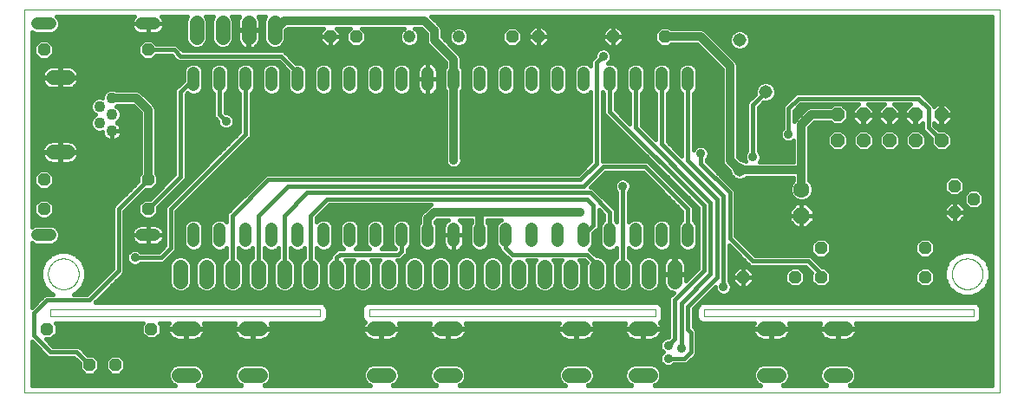
<source format=gtl>
G75*
%MOIN*%
%OFA0B0*%
%FSLAX25Y25*%
%IPPOS*%
%LPD*%
%AMOC8*
5,1,8,0,0,1.08239X$1,22.5*
%
%ADD10C,0.00000*%
%ADD11C,0.04800*%
%ADD12OC8,0.04800*%
%ADD13OC8,0.06300*%
%ADD14C,0.06300*%
%ADD15C,0.05600*%
%ADD16C,0.04800*%
%ADD17C,0.05143*%
%ADD18OC8,0.05200*%
%ADD19C,0.04356*%
%ADD20C,0.01600*%
%ADD21C,0.03200*%
%ADD22C,0.03562*%
D10*
X0002038Y0001200D02*
X0002038Y0148650D01*
X0376959Y0148650D01*
X0376959Y0001200D01*
X0002038Y0001200D01*
X0012018Y0030550D02*
X0012018Y0033050D01*
X0115768Y0033050D01*
X0115768Y0030550D01*
X0012018Y0030550D01*
X0011112Y0046800D02*
X0011114Y0046953D01*
X0011120Y0047107D01*
X0011130Y0047260D01*
X0011144Y0047412D01*
X0011162Y0047565D01*
X0011184Y0047716D01*
X0011209Y0047867D01*
X0011239Y0048018D01*
X0011273Y0048168D01*
X0011310Y0048316D01*
X0011351Y0048464D01*
X0011396Y0048610D01*
X0011445Y0048756D01*
X0011498Y0048900D01*
X0011554Y0049042D01*
X0011614Y0049183D01*
X0011678Y0049323D01*
X0011745Y0049461D01*
X0011816Y0049597D01*
X0011891Y0049731D01*
X0011968Y0049863D01*
X0012050Y0049993D01*
X0012134Y0050121D01*
X0012222Y0050247D01*
X0012313Y0050370D01*
X0012407Y0050491D01*
X0012505Y0050609D01*
X0012605Y0050725D01*
X0012709Y0050838D01*
X0012815Y0050949D01*
X0012924Y0051057D01*
X0013036Y0051162D01*
X0013150Y0051263D01*
X0013268Y0051362D01*
X0013387Y0051458D01*
X0013509Y0051551D01*
X0013634Y0051640D01*
X0013761Y0051727D01*
X0013890Y0051809D01*
X0014021Y0051889D01*
X0014154Y0051965D01*
X0014289Y0052038D01*
X0014426Y0052107D01*
X0014565Y0052172D01*
X0014705Y0052234D01*
X0014847Y0052292D01*
X0014990Y0052347D01*
X0015135Y0052398D01*
X0015281Y0052445D01*
X0015428Y0052488D01*
X0015576Y0052527D01*
X0015725Y0052563D01*
X0015875Y0052594D01*
X0016026Y0052622D01*
X0016177Y0052646D01*
X0016330Y0052666D01*
X0016482Y0052682D01*
X0016635Y0052694D01*
X0016788Y0052702D01*
X0016941Y0052706D01*
X0017095Y0052706D01*
X0017248Y0052702D01*
X0017401Y0052694D01*
X0017554Y0052682D01*
X0017706Y0052666D01*
X0017859Y0052646D01*
X0018010Y0052622D01*
X0018161Y0052594D01*
X0018311Y0052563D01*
X0018460Y0052527D01*
X0018608Y0052488D01*
X0018755Y0052445D01*
X0018901Y0052398D01*
X0019046Y0052347D01*
X0019189Y0052292D01*
X0019331Y0052234D01*
X0019471Y0052172D01*
X0019610Y0052107D01*
X0019747Y0052038D01*
X0019882Y0051965D01*
X0020015Y0051889D01*
X0020146Y0051809D01*
X0020275Y0051727D01*
X0020402Y0051640D01*
X0020527Y0051551D01*
X0020649Y0051458D01*
X0020768Y0051362D01*
X0020886Y0051263D01*
X0021000Y0051162D01*
X0021112Y0051057D01*
X0021221Y0050949D01*
X0021327Y0050838D01*
X0021431Y0050725D01*
X0021531Y0050609D01*
X0021629Y0050491D01*
X0021723Y0050370D01*
X0021814Y0050247D01*
X0021902Y0050121D01*
X0021986Y0049993D01*
X0022068Y0049863D01*
X0022145Y0049731D01*
X0022220Y0049597D01*
X0022291Y0049461D01*
X0022358Y0049323D01*
X0022422Y0049183D01*
X0022482Y0049042D01*
X0022538Y0048900D01*
X0022591Y0048756D01*
X0022640Y0048610D01*
X0022685Y0048464D01*
X0022726Y0048316D01*
X0022763Y0048168D01*
X0022797Y0048018D01*
X0022827Y0047867D01*
X0022852Y0047716D01*
X0022874Y0047565D01*
X0022892Y0047412D01*
X0022906Y0047260D01*
X0022916Y0047107D01*
X0022922Y0046953D01*
X0022924Y0046800D01*
X0022922Y0046647D01*
X0022916Y0046493D01*
X0022906Y0046340D01*
X0022892Y0046188D01*
X0022874Y0046035D01*
X0022852Y0045884D01*
X0022827Y0045733D01*
X0022797Y0045582D01*
X0022763Y0045432D01*
X0022726Y0045284D01*
X0022685Y0045136D01*
X0022640Y0044990D01*
X0022591Y0044844D01*
X0022538Y0044700D01*
X0022482Y0044558D01*
X0022422Y0044417D01*
X0022358Y0044277D01*
X0022291Y0044139D01*
X0022220Y0044003D01*
X0022145Y0043869D01*
X0022068Y0043737D01*
X0021986Y0043607D01*
X0021902Y0043479D01*
X0021814Y0043353D01*
X0021723Y0043230D01*
X0021629Y0043109D01*
X0021531Y0042991D01*
X0021431Y0042875D01*
X0021327Y0042762D01*
X0021221Y0042651D01*
X0021112Y0042543D01*
X0021000Y0042438D01*
X0020886Y0042337D01*
X0020768Y0042238D01*
X0020649Y0042142D01*
X0020527Y0042049D01*
X0020402Y0041960D01*
X0020275Y0041873D01*
X0020146Y0041791D01*
X0020015Y0041711D01*
X0019882Y0041635D01*
X0019747Y0041562D01*
X0019610Y0041493D01*
X0019471Y0041428D01*
X0019331Y0041366D01*
X0019189Y0041308D01*
X0019046Y0041253D01*
X0018901Y0041202D01*
X0018755Y0041155D01*
X0018608Y0041112D01*
X0018460Y0041073D01*
X0018311Y0041037D01*
X0018161Y0041006D01*
X0018010Y0040978D01*
X0017859Y0040954D01*
X0017706Y0040934D01*
X0017554Y0040918D01*
X0017401Y0040906D01*
X0017248Y0040898D01*
X0017095Y0040894D01*
X0016941Y0040894D01*
X0016788Y0040898D01*
X0016635Y0040906D01*
X0016482Y0040918D01*
X0016330Y0040934D01*
X0016177Y0040954D01*
X0016026Y0040978D01*
X0015875Y0041006D01*
X0015725Y0041037D01*
X0015576Y0041073D01*
X0015428Y0041112D01*
X0015281Y0041155D01*
X0015135Y0041202D01*
X0014990Y0041253D01*
X0014847Y0041308D01*
X0014705Y0041366D01*
X0014565Y0041428D01*
X0014426Y0041493D01*
X0014289Y0041562D01*
X0014154Y0041635D01*
X0014021Y0041711D01*
X0013890Y0041791D01*
X0013761Y0041873D01*
X0013634Y0041960D01*
X0013509Y0042049D01*
X0013387Y0042142D01*
X0013268Y0042238D01*
X0013150Y0042337D01*
X0013036Y0042438D01*
X0012924Y0042543D01*
X0012815Y0042651D01*
X0012709Y0042762D01*
X0012605Y0042875D01*
X0012505Y0042991D01*
X0012407Y0043109D01*
X0012313Y0043230D01*
X0012222Y0043353D01*
X0012134Y0043479D01*
X0012050Y0043607D01*
X0011968Y0043737D01*
X0011891Y0043869D01*
X0011816Y0044003D01*
X0011745Y0044139D01*
X0011678Y0044277D01*
X0011614Y0044417D01*
X0011554Y0044558D01*
X0011498Y0044700D01*
X0011445Y0044844D01*
X0011396Y0044990D01*
X0011351Y0045136D01*
X0011310Y0045284D01*
X0011273Y0045432D01*
X0011239Y0045582D01*
X0011209Y0045733D01*
X0011184Y0045884D01*
X0011162Y0046035D01*
X0011144Y0046188D01*
X0011130Y0046340D01*
X0011120Y0046493D01*
X0011114Y0046647D01*
X0011112Y0046800D01*
X0134518Y0033050D02*
X0134518Y0030550D01*
X0244518Y0030550D01*
X0244518Y0033050D01*
X0134518Y0033050D01*
X0263268Y0033050D02*
X0263268Y0030550D01*
X0367018Y0030550D01*
X0367018Y0033050D01*
X0263268Y0033050D01*
X0358612Y0046800D02*
X0358614Y0046953D01*
X0358620Y0047107D01*
X0358630Y0047260D01*
X0358644Y0047412D01*
X0358662Y0047565D01*
X0358684Y0047716D01*
X0358709Y0047867D01*
X0358739Y0048018D01*
X0358773Y0048168D01*
X0358810Y0048316D01*
X0358851Y0048464D01*
X0358896Y0048610D01*
X0358945Y0048756D01*
X0358998Y0048900D01*
X0359054Y0049042D01*
X0359114Y0049183D01*
X0359178Y0049323D01*
X0359245Y0049461D01*
X0359316Y0049597D01*
X0359391Y0049731D01*
X0359468Y0049863D01*
X0359550Y0049993D01*
X0359634Y0050121D01*
X0359722Y0050247D01*
X0359813Y0050370D01*
X0359907Y0050491D01*
X0360005Y0050609D01*
X0360105Y0050725D01*
X0360209Y0050838D01*
X0360315Y0050949D01*
X0360424Y0051057D01*
X0360536Y0051162D01*
X0360650Y0051263D01*
X0360768Y0051362D01*
X0360887Y0051458D01*
X0361009Y0051551D01*
X0361134Y0051640D01*
X0361261Y0051727D01*
X0361390Y0051809D01*
X0361521Y0051889D01*
X0361654Y0051965D01*
X0361789Y0052038D01*
X0361926Y0052107D01*
X0362065Y0052172D01*
X0362205Y0052234D01*
X0362347Y0052292D01*
X0362490Y0052347D01*
X0362635Y0052398D01*
X0362781Y0052445D01*
X0362928Y0052488D01*
X0363076Y0052527D01*
X0363225Y0052563D01*
X0363375Y0052594D01*
X0363526Y0052622D01*
X0363677Y0052646D01*
X0363830Y0052666D01*
X0363982Y0052682D01*
X0364135Y0052694D01*
X0364288Y0052702D01*
X0364441Y0052706D01*
X0364595Y0052706D01*
X0364748Y0052702D01*
X0364901Y0052694D01*
X0365054Y0052682D01*
X0365206Y0052666D01*
X0365359Y0052646D01*
X0365510Y0052622D01*
X0365661Y0052594D01*
X0365811Y0052563D01*
X0365960Y0052527D01*
X0366108Y0052488D01*
X0366255Y0052445D01*
X0366401Y0052398D01*
X0366546Y0052347D01*
X0366689Y0052292D01*
X0366831Y0052234D01*
X0366971Y0052172D01*
X0367110Y0052107D01*
X0367247Y0052038D01*
X0367382Y0051965D01*
X0367515Y0051889D01*
X0367646Y0051809D01*
X0367775Y0051727D01*
X0367902Y0051640D01*
X0368027Y0051551D01*
X0368149Y0051458D01*
X0368268Y0051362D01*
X0368386Y0051263D01*
X0368500Y0051162D01*
X0368612Y0051057D01*
X0368721Y0050949D01*
X0368827Y0050838D01*
X0368931Y0050725D01*
X0369031Y0050609D01*
X0369129Y0050491D01*
X0369223Y0050370D01*
X0369314Y0050247D01*
X0369402Y0050121D01*
X0369486Y0049993D01*
X0369568Y0049863D01*
X0369645Y0049731D01*
X0369720Y0049597D01*
X0369791Y0049461D01*
X0369858Y0049323D01*
X0369922Y0049183D01*
X0369982Y0049042D01*
X0370038Y0048900D01*
X0370091Y0048756D01*
X0370140Y0048610D01*
X0370185Y0048464D01*
X0370226Y0048316D01*
X0370263Y0048168D01*
X0370297Y0048018D01*
X0370327Y0047867D01*
X0370352Y0047716D01*
X0370374Y0047565D01*
X0370392Y0047412D01*
X0370406Y0047260D01*
X0370416Y0047107D01*
X0370422Y0046953D01*
X0370424Y0046800D01*
X0370422Y0046647D01*
X0370416Y0046493D01*
X0370406Y0046340D01*
X0370392Y0046188D01*
X0370374Y0046035D01*
X0370352Y0045884D01*
X0370327Y0045733D01*
X0370297Y0045582D01*
X0370263Y0045432D01*
X0370226Y0045284D01*
X0370185Y0045136D01*
X0370140Y0044990D01*
X0370091Y0044844D01*
X0370038Y0044700D01*
X0369982Y0044558D01*
X0369922Y0044417D01*
X0369858Y0044277D01*
X0369791Y0044139D01*
X0369720Y0044003D01*
X0369645Y0043869D01*
X0369568Y0043737D01*
X0369486Y0043607D01*
X0369402Y0043479D01*
X0369314Y0043353D01*
X0369223Y0043230D01*
X0369129Y0043109D01*
X0369031Y0042991D01*
X0368931Y0042875D01*
X0368827Y0042762D01*
X0368721Y0042651D01*
X0368612Y0042543D01*
X0368500Y0042438D01*
X0368386Y0042337D01*
X0368268Y0042238D01*
X0368149Y0042142D01*
X0368027Y0042049D01*
X0367902Y0041960D01*
X0367775Y0041873D01*
X0367646Y0041791D01*
X0367515Y0041711D01*
X0367382Y0041635D01*
X0367247Y0041562D01*
X0367110Y0041493D01*
X0366971Y0041428D01*
X0366831Y0041366D01*
X0366689Y0041308D01*
X0366546Y0041253D01*
X0366401Y0041202D01*
X0366255Y0041155D01*
X0366108Y0041112D01*
X0365960Y0041073D01*
X0365811Y0041037D01*
X0365661Y0041006D01*
X0365510Y0040978D01*
X0365359Y0040954D01*
X0365206Y0040934D01*
X0365054Y0040918D01*
X0364901Y0040906D01*
X0364748Y0040898D01*
X0364595Y0040894D01*
X0364441Y0040894D01*
X0364288Y0040898D01*
X0364135Y0040906D01*
X0363982Y0040918D01*
X0363830Y0040934D01*
X0363677Y0040954D01*
X0363526Y0040978D01*
X0363375Y0041006D01*
X0363225Y0041037D01*
X0363076Y0041073D01*
X0362928Y0041112D01*
X0362781Y0041155D01*
X0362635Y0041202D01*
X0362490Y0041253D01*
X0362347Y0041308D01*
X0362205Y0041366D01*
X0362065Y0041428D01*
X0361926Y0041493D01*
X0361789Y0041562D01*
X0361654Y0041635D01*
X0361521Y0041711D01*
X0361390Y0041791D01*
X0361261Y0041873D01*
X0361134Y0041960D01*
X0361009Y0042049D01*
X0360887Y0042142D01*
X0360768Y0042238D01*
X0360650Y0042337D01*
X0360536Y0042438D01*
X0360424Y0042543D01*
X0360315Y0042651D01*
X0360209Y0042762D01*
X0360105Y0042875D01*
X0360005Y0042991D01*
X0359907Y0043109D01*
X0359813Y0043230D01*
X0359722Y0043353D01*
X0359634Y0043479D01*
X0359550Y0043607D01*
X0359468Y0043737D01*
X0359391Y0043869D01*
X0359316Y0044003D01*
X0359245Y0044139D01*
X0359178Y0044277D01*
X0359114Y0044417D01*
X0359054Y0044558D01*
X0358998Y0044700D01*
X0358945Y0044844D01*
X0358896Y0044990D01*
X0358851Y0045136D01*
X0358810Y0045284D01*
X0358773Y0045432D01*
X0358739Y0045582D01*
X0358709Y0045733D01*
X0358684Y0045884D01*
X0358662Y0046035D01*
X0358644Y0046188D01*
X0358630Y0046340D01*
X0358620Y0046493D01*
X0358614Y0046647D01*
X0358612Y0046800D01*
D11*
X0169018Y0138050D03*
X0150018Y0138050D03*
D12*
X0129518Y0138050D03*
X0119518Y0138050D03*
X0049518Y0133050D03*
X0009518Y0133050D03*
X0009518Y0083050D03*
X0009518Y0071800D03*
X0049518Y0071800D03*
X0049518Y0083050D03*
X0050768Y0025550D03*
X0037018Y0011800D03*
X0027018Y0011800D03*
X0010768Y0025550D03*
X0278268Y0045550D03*
X0298268Y0045550D03*
X0308268Y0045550D03*
X0308268Y0056800D03*
X0348268Y0056800D03*
X0348268Y0045550D03*
X0359518Y0070550D03*
X0367018Y0075550D03*
X0359518Y0080550D03*
X0248268Y0138050D03*
X0228268Y0138050D03*
X0199518Y0138050D03*
X0189518Y0138050D03*
D13*
X0300768Y0069300D03*
D14*
X0300768Y0079300D03*
D15*
X0252018Y0049600D02*
X0252018Y0044000D01*
X0242018Y0044000D02*
X0242018Y0049600D01*
X0232018Y0049600D02*
X0232018Y0044000D01*
X0222018Y0044000D02*
X0222018Y0049600D01*
X0212018Y0049600D02*
X0212018Y0044000D01*
X0202018Y0044000D02*
X0202018Y0049600D01*
X0192018Y0049600D02*
X0192018Y0044000D01*
X0182018Y0044000D02*
X0182018Y0049600D01*
X0172018Y0049600D02*
X0172018Y0044000D01*
X0162018Y0044000D02*
X0162018Y0049600D01*
X0152018Y0049600D02*
X0152018Y0044000D01*
X0142018Y0044000D02*
X0142018Y0049600D01*
X0132018Y0049600D02*
X0132018Y0044000D01*
X0122018Y0044000D02*
X0122018Y0049600D01*
X0112018Y0049600D02*
X0112018Y0044000D01*
X0102018Y0044000D02*
X0102018Y0049600D01*
X0092018Y0049600D02*
X0092018Y0044000D01*
X0082018Y0044000D02*
X0082018Y0049600D01*
X0072018Y0049600D02*
X0072018Y0044000D01*
X0062018Y0044000D02*
X0062018Y0049600D01*
X0061418Y0025700D02*
X0067018Y0025700D01*
X0087018Y0025700D02*
X0092618Y0025700D01*
X0092618Y0007900D02*
X0087018Y0007900D01*
X0067018Y0007900D02*
X0061418Y0007900D01*
X0136418Y0007900D02*
X0142018Y0007900D01*
X0162018Y0007900D02*
X0167618Y0007900D01*
X0167618Y0025700D02*
X0162018Y0025700D01*
X0142018Y0025700D02*
X0136418Y0025700D01*
X0211418Y0025700D02*
X0217018Y0025700D01*
X0237018Y0025700D02*
X0242618Y0025700D01*
X0242618Y0007900D02*
X0237018Y0007900D01*
X0217018Y0007900D02*
X0211418Y0007900D01*
X0286418Y0007900D02*
X0292018Y0007900D01*
X0312018Y0007900D02*
X0317618Y0007900D01*
X0317618Y0025700D02*
X0312018Y0025700D01*
X0292018Y0025700D02*
X0286418Y0025700D01*
X0018558Y0093680D02*
X0012958Y0093680D01*
X0012958Y0122420D02*
X0018558Y0122420D01*
X0068268Y0137750D02*
X0068268Y0143350D01*
X0078268Y0143350D02*
X0078268Y0137750D01*
X0088268Y0137750D02*
X0088268Y0143350D01*
X0098268Y0143350D02*
X0098268Y0137750D01*
D16*
X0097018Y0124200D02*
X0097018Y0119400D01*
X0087018Y0119400D02*
X0087018Y0124200D01*
X0077018Y0124200D02*
X0077018Y0119400D01*
X0067018Y0119400D02*
X0067018Y0124200D01*
X0107018Y0124200D02*
X0107018Y0119400D01*
X0117018Y0119400D02*
X0117018Y0124200D01*
X0127018Y0124200D02*
X0127018Y0119400D01*
X0137018Y0119400D02*
X0137018Y0124200D01*
X0147018Y0124200D02*
X0147018Y0119400D01*
X0157018Y0119400D02*
X0157018Y0124200D01*
X0167018Y0124200D02*
X0167018Y0119400D01*
X0177018Y0119400D02*
X0177018Y0124200D01*
X0187018Y0124200D02*
X0187018Y0119400D01*
X0197018Y0119400D02*
X0197018Y0124200D01*
X0207018Y0124200D02*
X0207018Y0119400D01*
X0217018Y0119400D02*
X0217018Y0124200D01*
X0227018Y0124200D02*
X0227018Y0119400D01*
X0237018Y0119400D02*
X0237018Y0124200D01*
X0247018Y0124200D02*
X0247018Y0119400D01*
X0257018Y0119400D02*
X0257018Y0124200D01*
X0257018Y0064200D02*
X0257018Y0059400D01*
X0247018Y0059400D02*
X0247018Y0064200D01*
X0237018Y0064200D02*
X0237018Y0059400D01*
X0227018Y0059400D02*
X0227018Y0064200D01*
X0217018Y0064200D02*
X0217018Y0059400D01*
X0207018Y0059400D02*
X0207018Y0064200D01*
X0197018Y0064200D02*
X0197018Y0059400D01*
X0187018Y0059400D02*
X0187018Y0064200D01*
X0177018Y0064200D02*
X0177018Y0059400D01*
X0167018Y0059400D02*
X0167018Y0064200D01*
X0157018Y0064200D02*
X0157018Y0059400D01*
X0147018Y0059400D02*
X0147018Y0064200D01*
X0137018Y0064200D02*
X0137018Y0059400D01*
X0127018Y0059400D02*
X0127018Y0064200D01*
X0117018Y0064200D02*
X0117018Y0059400D01*
X0107018Y0059400D02*
X0107018Y0064200D01*
X0097018Y0064200D02*
X0097018Y0059400D01*
X0087018Y0059400D02*
X0087018Y0064200D01*
X0077018Y0064200D02*
X0077018Y0059400D01*
X0067018Y0059400D02*
X0067018Y0064200D01*
X0051918Y0061800D02*
X0047118Y0061800D01*
X0011918Y0061800D02*
X0007118Y0061800D01*
X0007118Y0143050D02*
X0011918Y0143050D01*
X0047118Y0143050D02*
X0051918Y0143050D01*
D17*
X0277018Y0136800D03*
X0287018Y0116800D03*
X0277018Y0086800D03*
D18*
X0314518Y0098050D03*
X0324518Y0098050D03*
X0334518Y0098050D03*
X0344518Y0098050D03*
X0354518Y0098050D03*
X0354518Y0108050D03*
X0344518Y0108050D03*
X0334518Y0108050D03*
X0324518Y0108050D03*
X0314518Y0108050D03*
D19*
X0035640Y0108050D03*
X0030916Y0104900D03*
X0035640Y0101751D03*
X0030916Y0111200D03*
X0035640Y0114349D03*
D20*
X0032062Y0114597D02*
X0031627Y0114778D01*
X0030204Y0114778D01*
X0028889Y0114233D01*
X0027883Y0113226D01*
X0027338Y0111911D01*
X0027338Y0110488D01*
X0027883Y0109173D01*
X0028889Y0108166D01*
X0029170Y0108050D01*
X0028889Y0107934D01*
X0027883Y0106927D01*
X0027338Y0105612D01*
X0027338Y0104189D01*
X0027883Y0102874D01*
X0028889Y0101867D01*
X0030204Y0101322D01*
X0031627Y0101322D01*
X0031862Y0101420D01*
X0031862Y0101379D01*
X0032007Y0100649D01*
X0032292Y0099961D01*
X0032706Y0099342D01*
X0033232Y0098816D01*
X0033851Y0098403D01*
X0034538Y0098118D01*
X0035268Y0097973D01*
X0035640Y0097973D01*
X0035640Y0101751D01*
X0039418Y0101751D01*
X0039418Y0102123D01*
X0039273Y0102853D01*
X0038988Y0103540D01*
X0038575Y0104159D01*
X0038048Y0104685D01*
X0037596Y0104987D01*
X0037667Y0105017D01*
X0038673Y0106023D01*
X0039218Y0107338D01*
X0039218Y0108762D01*
X0038673Y0110077D01*
X0037667Y0111083D01*
X0037386Y0111200D01*
X0037667Y0111316D01*
X0037700Y0111349D01*
X0043851Y0111349D01*
X0046518Y0108682D01*
X0046518Y0085424D01*
X0045718Y0084624D01*
X0045718Y0082361D01*
X0036068Y0072711D01*
X0036068Y0048961D01*
X0026107Y0039000D01*
X0020936Y0039000D01*
X0021949Y0039420D01*
X0024398Y0041869D01*
X0025724Y0045068D01*
X0025724Y0048532D01*
X0024398Y0051731D01*
X0021949Y0054180D01*
X0018750Y0055505D01*
X0015286Y0055505D01*
X0012087Y0054180D01*
X0009638Y0051731D01*
X0008313Y0048532D01*
X0008313Y0045068D01*
X0009638Y0041869D01*
X0012087Y0039420D01*
X0013100Y0039000D01*
X0009857Y0039000D01*
X0008568Y0037711D01*
X0004838Y0033981D01*
X0004838Y0058706D01*
X0004966Y0058579D01*
X0006362Y0058000D01*
X0012674Y0058000D01*
X0014071Y0058579D01*
X0015140Y0059647D01*
X0015718Y0061044D01*
X0015718Y0062556D01*
X0015140Y0063953D01*
X0014071Y0065021D01*
X0012674Y0065600D01*
X0006362Y0065600D01*
X0004966Y0065021D01*
X0004838Y0064894D01*
X0004838Y0139956D01*
X0004966Y0139829D01*
X0006362Y0139250D01*
X0012674Y0139250D01*
X0014071Y0139829D01*
X0015140Y0140897D01*
X0015718Y0142294D01*
X0015718Y0143806D01*
X0015140Y0145203D01*
X0014492Y0145850D01*
X0044262Y0145850D01*
X0044011Y0145600D01*
X0043573Y0144945D01*
X0043272Y0144217D01*
X0043118Y0143444D01*
X0043118Y0143050D01*
X0049518Y0143050D01*
X0049518Y0143050D01*
X0043118Y0143050D01*
X0043118Y0142656D01*
X0043272Y0141883D01*
X0043573Y0141155D01*
X0044011Y0140500D01*
X0044568Y0139943D01*
X0045223Y0139505D01*
X0045951Y0139204D01*
X0046724Y0139050D01*
X0049518Y0139050D01*
X0049518Y0143050D01*
X0049518Y0143050D01*
X0049518Y0139050D01*
X0052312Y0139050D01*
X0053085Y0139204D01*
X0053813Y0139505D01*
X0054468Y0139943D01*
X0055025Y0140500D01*
X0055463Y0141155D01*
X0055764Y0141883D01*
X0055918Y0142656D01*
X0055918Y0143050D01*
X0055918Y0143444D01*
X0055764Y0144217D01*
X0055463Y0144945D01*
X0055025Y0145600D01*
X0054775Y0145850D01*
X0064829Y0145850D01*
X0064708Y0145729D01*
X0064068Y0144185D01*
X0064068Y0136915D01*
X0064708Y0135371D01*
X0065889Y0134189D01*
X0067433Y0133550D01*
X0069104Y0133550D01*
X0070647Y0134189D01*
X0071829Y0135371D01*
X0072468Y0136915D01*
X0072468Y0144185D01*
X0071829Y0145729D01*
X0071707Y0145850D01*
X0074829Y0145850D01*
X0074708Y0145729D01*
X0074068Y0144185D01*
X0074068Y0136915D01*
X0074708Y0135371D01*
X0075889Y0134189D01*
X0077433Y0133550D01*
X0079104Y0133550D01*
X0080647Y0134189D01*
X0081829Y0135371D01*
X0082468Y0136915D01*
X0082468Y0144185D01*
X0081829Y0145729D01*
X0081707Y0145850D01*
X0084646Y0145850D01*
X0084505Y0145656D01*
X0084190Y0145039D01*
X0083976Y0144380D01*
X0083868Y0143696D01*
X0083868Y0140750D01*
X0088068Y0140750D01*
X0088068Y0140350D01*
X0083868Y0140350D01*
X0083868Y0137404D01*
X0083976Y0136720D01*
X0084190Y0136061D01*
X0084505Y0135444D01*
X0084912Y0134884D01*
X0085402Y0134394D01*
X0085962Y0133987D01*
X0086579Y0133672D01*
X0087238Y0133458D01*
X0087922Y0133350D01*
X0088068Y0133350D01*
X0088068Y0140350D01*
X0088468Y0140350D01*
X0088468Y0133350D01*
X0088614Y0133350D01*
X0089298Y0133458D01*
X0089957Y0133672D01*
X0090574Y0133987D01*
X0091135Y0134394D01*
X0091624Y0134884D01*
X0092031Y0135444D01*
X0092346Y0136061D01*
X0092560Y0136720D01*
X0092668Y0137404D01*
X0092668Y0140350D01*
X0088468Y0140350D01*
X0088468Y0140750D01*
X0092668Y0140750D01*
X0092668Y0143696D01*
X0092560Y0144380D01*
X0092346Y0145039D01*
X0092031Y0145656D01*
X0091890Y0145850D01*
X0094829Y0145850D01*
X0094708Y0145729D01*
X0094068Y0144185D01*
X0094068Y0136915D01*
X0094708Y0135371D01*
X0095889Y0134189D01*
X0097433Y0133550D01*
X0099104Y0133550D01*
X0100647Y0134189D01*
X0101829Y0135371D01*
X0102468Y0136915D01*
X0102468Y0140507D01*
X0103261Y0141300D01*
X0117111Y0141300D01*
X0115518Y0139707D01*
X0115518Y0138050D01*
X0119518Y0138050D01*
X0119518Y0138050D01*
X0115518Y0138050D01*
X0115518Y0136393D01*
X0117861Y0134050D01*
X0119518Y0134050D01*
X0119518Y0138050D01*
X0119518Y0138050D01*
X0119518Y0134050D01*
X0121175Y0134050D01*
X0123518Y0136393D01*
X0123518Y0138050D01*
X0123518Y0139707D01*
X0121925Y0141300D01*
X0127394Y0141300D01*
X0125718Y0139624D01*
X0125718Y0136476D01*
X0127944Y0134250D01*
X0131092Y0134250D01*
X0133318Y0136476D01*
X0133318Y0139624D01*
X0131642Y0141300D01*
X0147934Y0141300D01*
X0147866Y0141271D01*
X0146797Y0140203D01*
X0146218Y0138806D01*
X0146218Y0137294D01*
X0146797Y0135897D01*
X0147866Y0134829D01*
X0149262Y0134250D01*
X0150774Y0134250D01*
X0152171Y0134829D01*
X0153240Y0135897D01*
X0153818Y0137294D01*
X0153818Y0138806D01*
X0153240Y0140203D01*
X0152171Y0141271D01*
X0152102Y0141300D01*
X0154525Y0141300D01*
X0156518Y0139307D01*
X0156518Y0136203D01*
X0156975Y0135101D01*
X0164018Y0128057D01*
X0164018Y0126574D01*
X0163797Y0126353D01*
X0163218Y0124956D01*
X0163218Y0118644D01*
X0163797Y0117247D01*
X0164018Y0117026D01*
X0164018Y0091620D01*
X0163837Y0091183D01*
X0163837Y0089917D01*
X0164321Y0088748D01*
X0165216Y0087853D01*
X0166385Y0087369D01*
X0167651Y0087369D01*
X0168820Y0087853D01*
X0169715Y0088748D01*
X0170199Y0089917D01*
X0170199Y0091183D01*
X0170018Y0091620D01*
X0170018Y0117026D01*
X0170240Y0117247D01*
X0170818Y0118644D01*
X0170818Y0124956D01*
X0170240Y0126353D01*
X0170018Y0126574D01*
X0170018Y0129897D01*
X0169561Y0130999D01*
X0168717Y0131843D01*
X0162518Y0138043D01*
X0162518Y0141147D01*
X0162061Y0142249D01*
X0161217Y0143093D01*
X0158460Y0145850D01*
X0374159Y0145850D01*
X0374159Y0004000D01*
X0319177Y0004000D01*
X0319997Y0004339D01*
X0321179Y0005521D01*
X0321818Y0007065D01*
X0321818Y0008735D01*
X0321179Y0010279D01*
X0319997Y0011461D01*
X0318454Y0012100D01*
X0311183Y0012100D01*
X0309639Y0011461D01*
X0308458Y0010279D01*
X0307818Y0008735D01*
X0307818Y0007065D01*
X0308458Y0005521D01*
X0309639Y0004339D01*
X0310459Y0004000D01*
X0293577Y0004000D01*
X0294397Y0004339D01*
X0295579Y0005521D01*
X0296218Y0007065D01*
X0296218Y0008735D01*
X0295579Y0010279D01*
X0294397Y0011461D01*
X0292854Y0012100D01*
X0285583Y0012100D01*
X0284039Y0011461D01*
X0282858Y0010279D01*
X0282218Y0008735D01*
X0282218Y0007065D01*
X0282858Y0005521D01*
X0284039Y0004339D01*
X0284859Y0004000D01*
X0244177Y0004000D01*
X0244997Y0004339D01*
X0246179Y0005521D01*
X0246818Y0007065D01*
X0246818Y0008735D01*
X0246179Y0010279D01*
X0244997Y0011461D01*
X0243454Y0012100D01*
X0236183Y0012100D01*
X0234639Y0011461D01*
X0233458Y0010279D01*
X0232818Y0008735D01*
X0232818Y0007065D01*
X0233458Y0005521D01*
X0234639Y0004339D01*
X0235459Y0004000D01*
X0218577Y0004000D01*
X0219397Y0004339D01*
X0220579Y0005521D01*
X0221218Y0007065D01*
X0221218Y0008735D01*
X0220579Y0010279D01*
X0219397Y0011461D01*
X0217854Y0012100D01*
X0210583Y0012100D01*
X0209039Y0011461D01*
X0207858Y0010279D01*
X0207218Y0008735D01*
X0207218Y0007065D01*
X0207858Y0005521D01*
X0209039Y0004339D01*
X0209859Y0004000D01*
X0169177Y0004000D01*
X0169997Y0004339D01*
X0171179Y0005521D01*
X0171818Y0007065D01*
X0171818Y0008735D01*
X0171179Y0010279D01*
X0169997Y0011461D01*
X0168454Y0012100D01*
X0161183Y0012100D01*
X0159639Y0011461D01*
X0158458Y0010279D01*
X0157818Y0008735D01*
X0157818Y0007065D01*
X0158458Y0005521D01*
X0159639Y0004339D01*
X0160459Y0004000D01*
X0143577Y0004000D01*
X0144397Y0004339D01*
X0145579Y0005521D01*
X0146218Y0007065D01*
X0146218Y0008735D01*
X0145579Y0010279D01*
X0144397Y0011461D01*
X0142854Y0012100D01*
X0135583Y0012100D01*
X0134039Y0011461D01*
X0132858Y0010279D01*
X0132218Y0008735D01*
X0132218Y0007065D01*
X0132858Y0005521D01*
X0134039Y0004339D01*
X0134859Y0004000D01*
X0094177Y0004000D01*
X0094997Y0004339D01*
X0096179Y0005521D01*
X0096818Y0007065D01*
X0096818Y0008735D01*
X0096179Y0010279D01*
X0094997Y0011461D01*
X0093454Y0012100D01*
X0086183Y0012100D01*
X0084639Y0011461D01*
X0083458Y0010279D01*
X0082818Y0008735D01*
X0082818Y0007065D01*
X0083458Y0005521D01*
X0084639Y0004339D01*
X0085459Y0004000D01*
X0068577Y0004000D01*
X0069397Y0004339D01*
X0070579Y0005521D01*
X0071218Y0007065D01*
X0071218Y0008735D01*
X0070579Y0010279D01*
X0069397Y0011461D01*
X0067854Y0012100D01*
X0060583Y0012100D01*
X0059039Y0011461D01*
X0057858Y0010279D01*
X0057218Y0008735D01*
X0057218Y0007065D01*
X0057858Y0005521D01*
X0059039Y0004339D01*
X0059859Y0004000D01*
X0004838Y0004000D01*
X0004838Y0020869D01*
X0004857Y0020850D01*
X0011107Y0014600D01*
X0021107Y0014600D01*
X0023218Y0012489D01*
X0023218Y0010226D01*
X0025444Y0008000D01*
X0028592Y0008000D01*
X0030818Y0010226D01*
X0030818Y0013374D01*
X0028592Y0015600D01*
X0026329Y0015600D01*
X0024218Y0017711D01*
X0022929Y0019000D01*
X0012929Y0019000D01*
X0010179Y0021750D01*
X0012342Y0021750D01*
X0014568Y0023976D01*
X0014568Y0027124D01*
X0013942Y0027750D01*
X0047594Y0027750D01*
X0046968Y0027124D01*
X0046968Y0023976D01*
X0049194Y0021750D01*
X0052342Y0021750D01*
X0054568Y0023976D01*
X0054568Y0027124D01*
X0053942Y0027750D01*
X0057524Y0027750D01*
X0057340Y0027389D01*
X0057126Y0026730D01*
X0057018Y0026046D01*
X0057018Y0025900D01*
X0064018Y0025900D01*
X0064018Y0025500D01*
X0057018Y0025500D01*
X0057018Y0025354D01*
X0057126Y0024670D01*
X0057340Y0024011D01*
X0057655Y0023394D01*
X0058062Y0022834D01*
X0058552Y0022344D01*
X0059112Y0021937D01*
X0059729Y0021622D01*
X0060388Y0021408D01*
X0061072Y0021300D01*
X0064018Y0021300D01*
X0064018Y0025500D01*
X0064418Y0025500D01*
X0064418Y0021300D01*
X0067364Y0021300D01*
X0068048Y0021408D01*
X0068707Y0021622D01*
X0069324Y0021937D01*
X0069885Y0022344D01*
X0070374Y0022834D01*
X0070781Y0023394D01*
X0071096Y0024011D01*
X0071310Y0024670D01*
X0071418Y0025354D01*
X0071418Y0025500D01*
X0064418Y0025500D01*
X0064418Y0025900D01*
X0071418Y0025900D01*
X0071418Y0026046D01*
X0071310Y0026730D01*
X0071096Y0027389D01*
X0070912Y0027750D01*
X0083124Y0027750D01*
X0082940Y0027389D01*
X0082726Y0026730D01*
X0082618Y0026046D01*
X0082618Y0025900D01*
X0089618Y0025900D01*
X0089618Y0025500D01*
X0082618Y0025500D01*
X0082618Y0025354D01*
X0082726Y0024670D01*
X0082940Y0024011D01*
X0083255Y0023394D01*
X0083662Y0022834D01*
X0084152Y0022344D01*
X0084712Y0021937D01*
X0085329Y0021622D01*
X0085988Y0021408D01*
X0086672Y0021300D01*
X0089618Y0021300D01*
X0089618Y0025500D01*
X0090018Y0025500D01*
X0090018Y0021300D01*
X0092964Y0021300D01*
X0093648Y0021408D01*
X0094307Y0021622D01*
X0094924Y0021937D01*
X0095485Y0022344D01*
X0095974Y0022834D01*
X0096381Y0023394D01*
X0096696Y0024011D01*
X0096910Y0024670D01*
X0097018Y0025354D01*
X0097018Y0025500D01*
X0090018Y0025500D01*
X0090018Y0025900D01*
X0097018Y0025900D01*
X0097018Y0026046D01*
X0096910Y0026730D01*
X0096696Y0027389D01*
X0096512Y0027750D01*
X0116325Y0027750D01*
X0117354Y0028176D01*
X0118142Y0028964D01*
X0118568Y0029993D01*
X0118568Y0033607D01*
X0118142Y0034636D01*
X0117354Y0035424D01*
X0116325Y0035850D01*
X0029179Y0035850D01*
X0039179Y0045850D01*
X0040468Y0047139D01*
X0040468Y0070889D01*
X0048829Y0079250D01*
X0051092Y0079250D01*
X0053318Y0081476D01*
X0053318Y0084624D01*
X0052518Y0085424D01*
X0052518Y0110522D01*
X0052061Y0111624D01*
X0051217Y0112468D01*
X0047637Y0116049D01*
X0046793Y0116892D01*
X0045690Y0117349D01*
X0037700Y0117349D01*
X0037667Y0117382D01*
X0036352Y0117927D01*
X0034928Y0117927D01*
X0033613Y0117382D01*
X0032607Y0116376D01*
X0032062Y0115061D01*
X0032062Y0114597D01*
X0032448Y0115991D02*
X0004838Y0115991D01*
X0004838Y0114393D02*
X0029275Y0114393D01*
X0027704Y0112794D02*
X0004838Y0112794D01*
X0004838Y0111196D02*
X0027338Y0111196D01*
X0027707Y0109597D02*
X0004838Y0109597D01*
X0004838Y0107999D02*
X0029046Y0107999D01*
X0027664Y0106400D02*
X0004838Y0106400D01*
X0004838Y0104802D02*
X0027338Y0104802D01*
X0027746Y0103203D02*
X0004838Y0103203D01*
X0004838Y0101605D02*
X0029523Y0101605D01*
X0032274Y0100006D02*
X0004838Y0100006D01*
X0004838Y0098408D02*
X0033843Y0098408D01*
X0035640Y0098408D02*
X0035640Y0098408D01*
X0035640Y0097973D02*
X0036012Y0097973D01*
X0036742Y0098118D01*
X0037430Y0098403D01*
X0038048Y0098816D01*
X0038575Y0099342D01*
X0038988Y0099961D01*
X0039273Y0100649D01*
X0039418Y0101379D01*
X0039418Y0101751D01*
X0035640Y0101751D01*
X0035640Y0101751D01*
X0035640Y0101751D01*
X0035640Y0097973D01*
X0037437Y0098408D02*
X0046518Y0098408D01*
X0046518Y0100006D02*
X0039007Y0100006D01*
X0039418Y0101605D02*
X0046518Y0101605D01*
X0046518Y0103203D02*
X0039128Y0103203D01*
X0037874Y0104802D02*
X0046518Y0104802D01*
X0046518Y0106400D02*
X0038830Y0106400D01*
X0039218Y0107999D02*
X0046518Y0107999D01*
X0045603Y0109597D02*
X0038872Y0109597D01*
X0037395Y0111196D02*
X0044004Y0111196D01*
X0049293Y0114393D02*
X0059818Y0114393D01*
X0059818Y0115991D02*
X0047694Y0115991D01*
X0047637Y0116049D02*
X0047637Y0116049D01*
X0050891Y0112794D02*
X0059818Y0112794D01*
X0059818Y0111196D02*
X0052239Y0111196D01*
X0052518Y0109597D02*
X0059818Y0109597D01*
X0059818Y0107999D02*
X0052518Y0107999D01*
X0052518Y0106400D02*
X0059818Y0106400D01*
X0059818Y0104802D02*
X0052518Y0104802D01*
X0052518Y0103203D02*
X0059818Y0103203D01*
X0059818Y0101605D02*
X0052518Y0101605D01*
X0052518Y0100006D02*
X0059818Y0100006D01*
X0059818Y0098408D02*
X0052518Y0098408D01*
X0052518Y0096809D02*
X0059818Y0096809D01*
X0064218Y0096809D02*
X0080166Y0096809D01*
X0081765Y0098408D02*
X0064218Y0098408D01*
X0064218Y0100006D02*
X0083363Y0100006D01*
X0084818Y0101461D02*
X0057357Y0074000D01*
X0057357Y0074000D01*
X0056068Y0072711D01*
X0056068Y0057711D01*
X0053607Y0055250D01*
X0046817Y0055250D01*
X0046320Y0055747D01*
X0045151Y0056231D01*
X0043885Y0056231D01*
X0042716Y0055747D01*
X0041821Y0054852D01*
X0041337Y0053683D01*
X0041337Y0052417D01*
X0041821Y0051248D01*
X0042716Y0050353D01*
X0043885Y0049869D01*
X0045151Y0049869D01*
X0046320Y0050353D01*
X0046817Y0050850D01*
X0055429Y0050850D01*
X0056718Y0052139D01*
X0060468Y0055889D01*
X0060468Y0070889D01*
X0087929Y0098350D01*
X0087929Y0098350D01*
X0089218Y0099639D01*
X0089218Y0116226D01*
X0090240Y0117247D01*
X0090818Y0118644D01*
X0090818Y0124956D01*
X0090240Y0126353D01*
X0089171Y0127421D01*
X0087774Y0128000D01*
X0086262Y0128000D01*
X0084866Y0127421D01*
X0083797Y0126353D01*
X0083218Y0124956D01*
X0083218Y0118644D01*
X0083797Y0117247D01*
X0084818Y0116226D01*
X0084818Y0101461D01*
X0084818Y0101605D02*
X0064218Y0101605D01*
X0064218Y0103203D02*
X0077366Y0103203D01*
X0077716Y0102853D02*
X0076821Y0103748D01*
X0076337Y0104917D01*
X0076337Y0105620D01*
X0074818Y0107139D01*
X0074818Y0116226D01*
X0073797Y0117247D01*
X0073218Y0118644D01*
X0073218Y0124956D01*
X0073797Y0126353D01*
X0074866Y0127421D01*
X0076262Y0128000D01*
X0077774Y0128000D01*
X0079171Y0127421D01*
X0080240Y0126353D01*
X0080818Y0124956D01*
X0080818Y0118644D01*
X0080240Y0117247D01*
X0079218Y0116226D01*
X0079218Y0108961D01*
X0079448Y0108731D01*
X0080151Y0108731D01*
X0081320Y0108247D01*
X0082215Y0107352D01*
X0082699Y0106183D01*
X0082699Y0104917D01*
X0082215Y0103748D01*
X0081320Y0102853D01*
X0080151Y0102369D01*
X0078885Y0102369D01*
X0077716Y0102853D01*
X0081670Y0103203D02*
X0084818Y0103203D01*
X0084818Y0104802D02*
X0082651Y0104802D01*
X0082609Y0106400D02*
X0084818Y0106400D01*
X0084818Y0107999D02*
X0081568Y0107999D01*
X0079218Y0109597D02*
X0084818Y0109597D01*
X0084818Y0111196D02*
X0079218Y0111196D01*
X0079218Y0112794D02*
X0084818Y0112794D01*
X0084818Y0114393D02*
X0079218Y0114393D01*
X0079218Y0115991D02*
X0084818Y0115991D01*
X0083655Y0117590D02*
X0080381Y0117590D01*
X0080818Y0119188D02*
X0083218Y0119188D01*
X0083218Y0120787D02*
X0080818Y0120787D01*
X0080818Y0122385D02*
X0083218Y0122385D01*
X0083218Y0123984D02*
X0080818Y0123984D01*
X0080559Y0125582D02*
X0083478Y0125582D01*
X0084625Y0127181D02*
X0079411Y0127181D01*
X0074625Y0127181D02*
X0069411Y0127181D01*
X0069171Y0127421D02*
X0067774Y0128000D01*
X0066262Y0128000D01*
X0064866Y0127421D01*
X0063797Y0126353D01*
X0063218Y0124956D01*
X0063218Y0121111D01*
X0059818Y0117711D01*
X0059818Y0085211D01*
X0050207Y0075600D01*
X0047944Y0075600D01*
X0045718Y0073374D01*
X0045718Y0070226D01*
X0047944Y0068000D01*
X0051092Y0068000D01*
X0053318Y0070226D01*
X0053318Y0072489D01*
X0062929Y0082100D01*
X0064218Y0083389D01*
X0064218Y0115889D01*
X0064687Y0116357D01*
X0064866Y0116179D01*
X0066262Y0115600D01*
X0067774Y0115600D01*
X0069171Y0116179D01*
X0070240Y0117247D01*
X0070818Y0118644D01*
X0070818Y0124956D01*
X0070240Y0126353D01*
X0069171Y0127421D01*
X0070559Y0125582D02*
X0073478Y0125582D01*
X0073218Y0123984D02*
X0070818Y0123984D01*
X0070818Y0122385D02*
X0073218Y0122385D01*
X0073218Y0120787D02*
X0070818Y0120787D01*
X0070818Y0119188D02*
X0073218Y0119188D01*
X0073655Y0117590D02*
X0070381Y0117590D01*
X0068719Y0115991D02*
X0074818Y0115991D01*
X0074818Y0114393D02*
X0064218Y0114393D01*
X0064218Y0112794D02*
X0074818Y0112794D01*
X0074818Y0111196D02*
X0064218Y0111196D01*
X0064218Y0109597D02*
X0074818Y0109597D01*
X0074818Y0107999D02*
X0064218Y0107999D01*
X0064218Y0106400D02*
X0075557Y0106400D01*
X0076385Y0104802D02*
X0064218Y0104802D01*
X0077018Y0108050D02*
X0079518Y0105550D01*
X0077018Y0108050D02*
X0077018Y0121800D01*
X0087018Y0121800D02*
X0087018Y0100550D01*
X0058268Y0071800D01*
X0058268Y0056800D01*
X0054518Y0053050D01*
X0044518Y0053050D01*
X0041489Y0052051D02*
X0040468Y0052051D01*
X0040468Y0053649D02*
X0041337Y0053649D01*
X0040468Y0055248D02*
X0042217Y0055248D01*
X0040468Y0056846D02*
X0055203Y0056846D01*
X0056068Y0058445D02*
X0054097Y0058445D01*
X0053813Y0058255D02*
X0054468Y0058693D01*
X0055025Y0059250D01*
X0055463Y0059905D01*
X0055764Y0060633D01*
X0055918Y0061406D01*
X0055918Y0061800D01*
X0055918Y0062194D01*
X0055764Y0062967D01*
X0055463Y0063695D01*
X0055025Y0064350D01*
X0054468Y0064907D01*
X0053813Y0065345D01*
X0053085Y0065646D01*
X0052312Y0065800D01*
X0049518Y0065800D01*
X0046724Y0065800D01*
X0045951Y0065646D01*
X0045223Y0065345D01*
X0044568Y0064907D01*
X0044011Y0064350D01*
X0043573Y0063695D01*
X0043272Y0062967D01*
X0043118Y0062194D01*
X0043118Y0061800D01*
X0049518Y0061800D01*
X0049518Y0061800D01*
X0043118Y0061800D01*
X0043118Y0061406D01*
X0043272Y0060633D01*
X0043573Y0059905D01*
X0044011Y0059250D01*
X0044568Y0058693D01*
X0045223Y0058255D01*
X0045951Y0057954D01*
X0046724Y0057800D01*
X0049518Y0057800D01*
X0049518Y0061800D01*
X0049518Y0065800D01*
X0049518Y0061800D01*
X0049518Y0061800D01*
X0049518Y0061800D01*
X0049518Y0057800D01*
X0052312Y0057800D01*
X0053085Y0057954D01*
X0053813Y0058255D01*
X0055520Y0060043D02*
X0056068Y0060043D01*
X0056068Y0061642D02*
X0055918Y0061642D01*
X0055918Y0061800D02*
X0049518Y0061800D01*
X0055918Y0061800D01*
X0056068Y0063240D02*
X0055651Y0063240D01*
X0056068Y0064839D02*
X0054536Y0064839D01*
X0056068Y0066437D02*
X0040468Y0066437D01*
X0040468Y0064839D02*
X0044500Y0064839D01*
X0043385Y0063240D02*
X0040468Y0063240D01*
X0040468Y0061642D02*
X0043118Y0061642D01*
X0043516Y0060043D02*
X0040468Y0060043D01*
X0040468Y0058445D02*
X0044940Y0058445D01*
X0049518Y0058445D02*
X0049518Y0058445D01*
X0049518Y0060043D02*
X0049518Y0060043D01*
X0049518Y0061642D02*
X0049518Y0061642D01*
X0049518Y0061800D02*
X0049518Y0061800D01*
X0049518Y0063240D02*
X0049518Y0063240D01*
X0049518Y0064839D02*
X0049518Y0064839D01*
X0047908Y0068036D02*
X0040468Y0068036D01*
X0040468Y0069634D02*
X0046310Y0069634D01*
X0045718Y0071233D02*
X0040812Y0071233D01*
X0042411Y0072832D02*
X0045718Y0072832D01*
X0046774Y0074430D02*
X0044009Y0074430D01*
X0045608Y0076029D02*
X0050635Y0076029D01*
X0052234Y0077627D02*
X0047206Y0077627D01*
X0048805Y0079226D02*
X0053832Y0079226D01*
X0052666Y0080824D02*
X0055431Y0080824D01*
X0057029Y0082423D02*
X0053318Y0082423D01*
X0053318Y0084021D02*
X0058628Y0084021D01*
X0059818Y0085620D02*
X0052518Y0085620D01*
X0052518Y0087218D02*
X0059818Y0087218D01*
X0059818Y0088817D02*
X0052518Y0088817D01*
X0052518Y0090415D02*
X0059818Y0090415D01*
X0059818Y0092014D02*
X0052518Y0092014D01*
X0052518Y0093612D02*
X0059818Y0093612D01*
X0059818Y0095211D02*
X0052518Y0095211D01*
X0046518Y0095211D02*
X0022687Y0095211D01*
X0022636Y0095369D02*
X0022321Y0095986D01*
X0021914Y0096546D01*
X0021425Y0097036D01*
X0020864Y0097443D01*
X0020247Y0097758D01*
X0019589Y0097972D01*
X0018905Y0098080D01*
X0015943Y0098080D01*
X0015943Y0093864D01*
X0022958Y0093864D01*
X0022958Y0094026D01*
X0022850Y0094710D01*
X0022636Y0095369D01*
X0021652Y0096809D02*
X0046518Y0096809D01*
X0046518Y0093612D02*
X0015943Y0093612D01*
X0015943Y0093496D02*
X0015943Y0093864D01*
X0015574Y0093864D01*
X0015574Y0093496D01*
X0008558Y0093496D01*
X0008558Y0093334D01*
X0008667Y0092650D01*
X0008881Y0091991D01*
X0009195Y0091374D01*
X0009602Y0090814D01*
X0010092Y0090324D01*
X0010652Y0089917D01*
X0011269Y0089602D01*
X0011928Y0089388D01*
X0012612Y0089280D01*
X0015574Y0089280D01*
X0015574Y0093496D01*
X0015943Y0093496D01*
X0022958Y0093496D01*
X0022958Y0093334D01*
X0022850Y0092650D01*
X0022636Y0091991D01*
X0022321Y0091374D01*
X0021914Y0090814D01*
X0021425Y0090324D01*
X0020864Y0089917D01*
X0020247Y0089602D01*
X0019589Y0089388D01*
X0018905Y0089280D01*
X0015943Y0089280D01*
X0015943Y0093496D01*
X0015574Y0093612D02*
X0004838Y0093612D01*
X0004838Y0092014D02*
X0008873Y0092014D01*
X0010000Y0090415D02*
X0004838Y0090415D01*
X0004838Y0088817D02*
X0046518Y0088817D01*
X0046518Y0090415D02*
X0021516Y0090415D01*
X0022643Y0092014D02*
X0046518Y0092014D01*
X0046518Y0087218D02*
X0004838Y0087218D01*
X0004838Y0085620D02*
X0006714Y0085620D01*
X0005718Y0084624D02*
X0005718Y0081476D01*
X0007944Y0079250D01*
X0011092Y0079250D01*
X0013318Y0081476D01*
X0013318Y0084624D01*
X0011092Y0086850D01*
X0007944Y0086850D01*
X0005718Y0084624D01*
X0005718Y0084021D02*
X0004838Y0084021D01*
X0004838Y0082423D02*
X0005718Y0082423D01*
X0006370Y0080824D02*
X0004838Y0080824D01*
X0004838Y0079226D02*
X0042582Y0079226D01*
X0044181Y0080824D02*
X0012666Y0080824D01*
X0013318Y0082423D02*
X0045718Y0082423D01*
X0045718Y0084021D02*
X0013318Y0084021D01*
X0012322Y0085620D02*
X0046518Y0085620D01*
X0049518Y0083050D02*
X0038268Y0071800D01*
X0038268Y0048050D01*
X0027018Y0036800D01*
X0010768Y0036800D01*
X0005768Y0031800D01*
X0005768Y0023050D01*
X0012018Y0016800D01*
X0022018Y0016800D01*
X0027018Y0011800D01*
X0023218Y0012088D02*
X0004838Y0012088D01*
X0004838Y0010490D02*
X0023218Y0010490D01*
X0024553Y0008891D02*
X0004838Y0008891D01*
X0004838Y0007293D02*
X0057218Y0007293D01*
X0057283Y0008891D02*
X0039483Y0008891D01*
X0038592Y0008000D02*
X0040818Y0010226D01*
X0040818Y0013374D01*
X0038592Y0015600D01*
X0035444Y0015600D01*
X0033218Y0013374D01*
X0033218Y0010226D01*
X0035444Y0008000D01*
X0038592Y0008000D01*
X0040818Y0010490D02*
X0058068Y0010490D01*
X0060554Y0012088D02*
X0040818Y0012088D01*
X0040505Y0013687D02*
X0246337Y0013687D01*
X0246337Y0013667D02*
X0246821Y0012498D01*
X0247716Y0011603D01*
X0248885Y0011119D01*
X0250151Y0011119D01*
X0251320Y0011603D01*
X0251817Y0012100D01*
X0256679Y0012100D01*
X0259179Y0014600D01*
X0260468Y0015889D01*
X0260468Y0025211D01*
X0259218Y0026461D01*
X0259218Y0033389D01*
X0267587Y0041758D01*
X0267587Y0041167D01*
X0268071Y0039998D01*
X0268966Y0039103D01*
X0270135Y0038619D01*
X0271401Y0038619D01*
X0272570Y0039103D01*
X0273465Y0039998D01*
X0273949Y0041167D01*
X0273949Y0042433D01*
X0273465Y0043602D01*
X0272968Y0044099D01*
X0272968Y0057739D01*
X0281107Y0049600D01*
X0302357Y0049600D01*
X0304650Y0047306D01*
X0304468Y0047124D01*
X0304468Y0043976D01*
X0306694Y0041750D01*
X0309842Y0041750D01*
X0312068Y0043976D01*
X0312068Y0047124D01*
X0309842Y0049350D01*
X0308829Y0049350D01*
X0305468Y0052711D01*
X0304179Y0054000D01*
X0282929Y0054000D01*
X0275468Y0061461D01*
X0275468Y0078961D01*
X0264218Y0090211D01*
X0264218Y0090751D01*
X0264715Y0091248D01*
X0265199Y0092417D01*
X0265199Y0093683D01*
X0264715Y0094852D01*
X0263820Y0095747D01*
X0262651Y0096231D01*
X0261385Y0096231D01*
X0260216Y0095747D01*
X0259321Y0094852D01*
X0259218Y0094603D01*
X0259218Y0116226D01*
X0260240Y0117247D01*
X0260818Y0118644D01*
X0260818Y0124956D01*
X0260240Y0126353D01*
X0259171Y0127421D01*
X0257774Y0128000D01*
X0256262Y0128000D01*
X0254866Y0127421D01*
X0253797Y0126353D01*
X0253218Y0124956D01*
X0253218Y0118644D01*
X0253797Y0117247D01*
X0254818Y0116226D01*
X0254818Y0092111D01*
X0249218Y0097711D01*
X0249218Y0116226D01*
X0250240Y0117247D01*
X0250818Y0118644D01*
X0250818Y0124956D01*
X0250240Y0126353D01*
X0249171Y0127421D01*
X0247774Y0128000D01*
X0246262Y0128000D01*
X0244866Y0127421D01*
X0243797Y0126353D01*
X0243218Y0124956D01*
X0243218Y0118644D01*
X0243797Y0117247D01*
X0244818Y0116226D01*
X0244818Y0098361D01*
X0239218Y0103961D01*
X0239218Y0116226D01*
X0240240Y0117247D01*
X0240818Y0118644D01*
X0240818Y0124956D01*
X0240240Y0126353D01*
X0239171Y0127421D01*
X0237774Y0128000D01*
X0236262Y0128000D01*
X0234866Y0127421D01*
X0233797Y0126353D01*
X0233218Y0124956D01*
X0233218Y0118644D01*
X0233797Y0117247D01*
X0234818Y0116226D01*
X0234818Y0104611D01*
X0229218Y0110211D01*
X0229218Y0116226D01*
X0230240Y0117247D01*
X0230818Y0118644D01*
X0230818Y0124956D01*
X0230240Y0126353D01*
X0229171Y0127421D01*
X0227774Y0128000D01*
X0226467Y0128000D01*
X0227215Y0128748D01*
X0227699Y0129917D01*
X0227699Y0131183D01*
X0227215Y0132352D01*
X0226320Y0133247D01*
X0225151Y0133731D01*
X0223885Y0133731D01*
X0222716Y0133247D01*
X0221821Y0132352D01*
X0221337Y0131183D01*
X0221337Y0130480D01*
X0219818Y0128961D01*
X0219818Y0126774D01*
X0219171Y0127421D01*
X0217774Y0128000D01*
X0216262Y0128000D01*
X0214866Y0127421D01*
X0213797Y0126353D01*
X0213218Y0124956D01*
X0213218Y0118644D01*
X0213797Y0117247D01*
X0214866Y0116179D01*
X0216262Y0115600D01*
X0217774Y0115600D01*
X0219171Y0116179D01*
X0219818Y0116826D01*
X0219818Y0090211D01*
X0214857Y0085250D01*
X0094857Y0085250D01*
X0093568Y0083961D01*
X0079818Y0070211D01*
X0079818Y0066774D01*
X0079171Y0067421D01*
X0077774Y0068000D01*
X0076262Y0068000D01*
X0074866Y0067421D01*
X0073797Y0066353D01*
X0073218Y0064956D01*
X0073218Y0058644D01*
X0073797Y0057247D01*
X0074866Y0056179D01*
X0076262Y0055600D01*
X0077774Y0055600D01*
X0079171Y0056179D01*
X0079818Y0056826D01*
X0079818Y0053235D01*
X0079639Y0053161D01*
X0078458Y0051979D01*
X0077818Y0050435D01*
X0077818Y0043165D01*
X0078458Y0041621D01*
X0079639Y0040439D01*
X0081183Y0039800D01*
X0082854Y0039800D01*
X0084397Y0040439D01*
X0085579Y0041621D01*
X0086218Y0043165D01*
X0086218Y0050435D01*
X0085579Y0051979D01*
X0084397Y0053161D01*
X0084218Y0053235D01*
X0084218Y0056826D01*
X0084866Y0056179D01*
X0086262Y0055600D01*
X0087774Y0055600D01*
X0089171Y0056179D01*
X0089818Y0056826D01*
X0089818Y0053235D01*
X0089639Y0053161D01*
X0088458Y0051979D01*
X0087818Y0050435D01*
X0087818Y0043165D01*
X0088458Y0041621D01*
X0089639Y0040439D01*
X0091183Y0039800D01*
X0092854Y0039800D01*
X0094397Y0040439D01*
X0095579Y0041621D01*
X0096218Y0043165D01*
X0096218Y0050435D01*
X0095579Y0051979D01*
X0094397Y0053161D01*
X0094218Y0053235D01*
X0094218Y0056826D01*
X0094866Y0056179D01*
X0096262Y0055600D01*
X0097774Y0055600D01*
X0099171Y0056179D01*
X0099818Y0056826D01*
X0099818Y0053235D01*
X0099639Y0053161D01*
X0098458Y0051979D01*
X0097818Y0050435D01*
X0097818Y0043165D01*
X0098458Y0041621D01*
X0099639Y0040439D01*
X0101183Y0039800D01*
X0102854Y0039800D01*
X0104397Y0040439D01*
X0105579Y0041621D01*
X0106218Y0043165D01*
X0106218Y0050435D01*
X0105579Y0051979D01*
X0104397Y0053161D01*
X0104218Y0053235D01*
X0104218Y0056826D01*
X0104866Y0056179D01*
X0106262Y0055600D01*
X0107774Y0055600D01*
X0109171Y0056179D01*
X0109818Y0056826D01*
X0109818Y0053235D01*
X0109639Y0053161D01*
X0108458Y0051979D01*
X0107818Y0050435D01*
X0107818Y0043165D01*
X0108458Y0041621D01*
X0109639Y0040439D01*
X0111183Y0039800D01*
X0112854Y0039800D01*
X0114397Y0040439D01*
X0115579Y0041621D01*
X0116218Y0043165D01*
X0116218Y0050435D01*
X0115579Y0051979D01*
X0114397Y0053161D01*
X0114218Y0053235D01*
X0114218Y0056826D01*
X0114866Y0056179D01*
X0116262Y0055600D01*
X0117774Y0055600D01*
X0119171Y0056179D01*
X0120240Y0057247D01*
X0120818Y0058644D01*
X0120818Y0064956D01*
X0120240Y0066353D01*
X0119171Y0067421D01*
X0117774Y0068000D01*
X0116262Y0068000D01*
X0114866Y0067421D01*
X0114218Y0066774D01*
X0114218Y0068389D01*
X0119179Y0073350D01*
X0158439Y0073350D01*
X0157819Y0073093D01*
X0156975Y0072249D01*
X0154475Y0069749D01*
X0154018Y0068647D01*
X0154018Y0066574D01*
X0153797Y0066353D01*
X0153218Y0064956D01*
X0153218Y0058644D01*
X0153797Y0057247D01*
X0154866Y0056179D01*
X0156262Y0055600D01*
X0157774Y0055600D01*
X0159171Y0056179D01*
X0160240Y0057247D01*
X0160818Y0058644D01*
X0160818Y0064956D01*
X0160240Y0066353D01*
X0160018Y0066574D01*
X0160018Y0066807D01*
X0160761Y0067550D01*
X0164832Y0067550D01*
X0164468Y0067307D01*
X0163911Y0066750D01*
X0163473Y0066095D01*
X0163172Y0065367D01*
X0163018Y0064594D01*
X0163018Y0061800D01*
X0167018Y0061800D01*
X0167018Y0061800D01*
X0163018Y0061800D01*
X0163018Y0059006D01*
X0163172Y0058233D01*
X0163473Y0057505D01*
X0163911Y0056850D01*
X0164468Y0056293D01*
X0165123Y0055855D01*
X0165851Y0055554D01*
X0166624Y0055400D01*
X0167018Y0055400D01*
X0167018Y0061800D01*
X0167018Y0061800D01*
X0167018Y0055400D01*
X0167412Y0055400D01*
X0168185Y0055554D01*
X0168913Y0055855D01*
X0169568Y0056293D01*
X0170125Y0056850D01*
X0170563Y0057505D01*
X0170864Y0058233D01*
X0171018Y0059006D01*
X0171018Y0061800D01*
X0171018Y0064594D01*
X0170864Y0065367D01*
X0170563Y0066095D01*
X0170125Y0066750D01*
X0169568Y0067307D01*
X0169204Y0067550D01*
X0174018Y0067550D01*
X0174018Y0066574D01*
X0173797Y0066353D01*
X0173218Y0064956D01*
X0173218Y0058644D01*
X0173797Y0057247D01*
X0174866Y0056179D01*
X0176262Y0055600D01*
X0177774Y0055600D01*
X0179171Y0056179D01*
X0180240Y0057247D01*
X0180818Y0058644D01*
X0180818Y0064956D01*
X0180240Y0066353D01*
X0180018Y0066574D01*
X0180018Y0067550D01*
X0185176Y0067550D01*
X0184866Y0067421D01*
X0183797Y0066353D01*
X0183218Y0064956D01*
X0183218Y0058644D01*
X0183797Y0057247D01*
X0184818Y0056226D01*
X0184818Y0055889D01*
X0186107Y0054600D01*
X0188593Y0052114D01*
X0188458Y0051979D01*
X0187818Y0050435D01*
X0187818Y0043165D01*
X0188458Y0041621D01*
X0189639Y0040439D01*
X0191183Y0039800D01*
X0192854Y0039800D01*
X0194397Y0040439D01*
X0195579Y0041621D01*
X0196218Y0043165D01*
X0196218Y0050435D01*
X0195579Y0051979D01*
X0195458Y0052100D01*
X0198578Y0052100D01*
X0198458Y0051979D01*
X0197818Y0050435D01*
X0197818Y0043165D01*
X0198458Y0041621D01*
X0199639Y0040439D01*
X0201183Y0039800D01*
X0202854Y0039800D01*
X0204397Y0040439D01*
X0205579Y0041621D01*
X0206218Y0043165D01*
X0206218Y0050435D01*
X0205579Y0051979D01*
X0205458Y0052100D01*
X0208578Y0052100D01*
X0208458Y0051979D01*
X0207818Y0050435D01*
X0207818Y0043165D01*
X0208458Y0041621D01*
X0209639Y0040439D01*
X0211183Y0039800D01*
X0212854Y0039800D01*
X0214397Y0040439D01*
X0215579Y0041621D01*
X0216218Y0043165D01*
X0216218Y0050435D01*
X0215579Y0051979D01*
X0215458Y0052100D01*
X0217357Y0052100D01*
X0218171Y0051286D01*
X0217818Y0050435D01*
X0217818Y0043165D01*
X0218458Y0041621D01*
X0219639Y0040439D01*
X0221183Y0039800D01*
X0222854Y0039800D01*
X0224397Y0040439D01*
X0225579Y0041621D01*
X0226218Y0043165D01*
X0226218Y0050435D01*
X0225579Y0051979D01*
X0224397Y0053161D01*
X0222854Y0053800D01*
X0221879Y0053800D01*
X0220468Y0055211D01*
X0219336Y0056344D01*
X0220240Y0057247D01*
X0220818Y0058644D01*
X0220818Y0062489D01*
X0222968Y0064639D01*
X0222968Y0071489D01*
X0224818Y0069639D01*
X0224818Y0067374D01*
X0223797Y0066353D01*
X0223218Y0064956D01*
X0223218Y0058644D01*
X0223797Y0057247D01*
X0224866Y0056179D01*
X0226262Y0055600D01*
X0227774Y0055600D01*
X0229171Y0056179D01*
X0229818Y0056826D01*
X0229818Y0053235D01*
X0229639Y0053161D01*
X0228458Y0051979D01*
X0227818Y0050435D01*
X0227818Y0043165D01*
X0228458Y0041621D01*
X0229639Y0040439D01*
X0231183Y0039800D01*
X0232854Y0039800D01*
X0234397Y0040439D01*
X0235579Y0041621D01*
X0236218Y0043165D01*
X0236218Y0050435D01*
X0235579Y0051979D01*
X0234397Y0053161D01*
X0234218Y0053235D01*
X0234218Y0056826D01*
X0234866Y0056179D01*
X0236262Y0055600D01*
X0237774Y0055600D01*
X0239171Y0056179D01*
X0240240Y0057247D01*
X0240818Y0058644D01*
X0240818Y0064956D01*
X0240240Y0066353D01*
X0239171Y0067421D01*
X0237774Y0068000D01*
X0236262Y0068000D01*
X0234866Y0067421D01*
X0234218Y0066774D01*
X0234218Y0078251D01*
X0234715Y0078748D01*
X0235199Y0079917D01*
X0235199Y0081183D01*
X0234715Y0082352D01*
X0233820Y0083247D01*
X0232651Y0083731D01*
X0231385Y0083731D01*
X0230216Y0083247D01*
X0229321Y0082352D01*
X0228837Y0081183D01*
X0228837Y0079917D01*
X0229321Y0078748D01*
X0229818Y0078251D01*
X0229818Y0066774D01*
X0229218Y0067374D01*
X0229218Y0071461D01*
X0227929Y0072750D01*
X0220429Y0080250D01*
X0219829Y0080250D01*
X0225429Y0085850D01*
X0239857Y0085850D01*
X0254818Y0070889D01*
X0254818Y0067374D01*
X0253797Y0066353D01*
X0253218Y0064956D01*
X0253218Y0058644D01*
X0253797Y0057247D01*
X0254866Y0056179D01*
X0256262Y0055600D01*
X0257774Y0055600D01*
X0259171Y0056179D01*
X0260240Y0057247D01*
X0260818Y0058644D01*
X0260818Y0064956D01*
X0260240Y0066353D01*
X0259218Y0067374D01*
X0259218Y0072711D01*
X0257929Y0074000D01*
X0241679Y0090250D01*
X0224218Y0090250D01*
X0224218Y0116826D01*
X0224818Y0116226D01*
X0224818Y0108389D01*
X0261068Y0072139D01*
X0261068Y0048961D01*
X0256418Y0044311D01*
X0256418Y0046600D01*
X0252218Y0046600D01*
X0252218Y0047000D01*
X0251818Y0047000D01*
X0251818Y0046600D01*
X0247618Y0046600D01*
X0247618Y0043654D01*
X0247726Y0042970D01*
X0247940Y0042311D01*
X0248255Y0041694D01*
X0248662Y0041134D01*
X0249152Y0040644D01*
X0249712Y0040237D01*
X0250329Y0039922D01*
X0250988Y0039708D01*
X0251672Y0039600D01*
X0251707Y0039600D01*
X0249818Y0037711D01*
X0249818Y0022711D01*
X0249588Y0022481D01*
X0248885Y0022481D01*
X0247716Y0021997D01*
X0246821Y0021102D01*
X0246337Y0019933D01*
X0246337Y0018667D01*
X0246821Y0017498D01*
X0247519Y0016800D01*
X0246821Y0016102D01*
X0246337Y0014933D01*
X0246337Y0013667D01*
X0246483Y0015285D02*
X0038907Y0015285D01*
X0035129Y0015285D02*
X0028907Y0015285D01*
X0030505Y0013687D02*
X0033531Y0013687D01*
X0033218Y0012088D02*
X0030818Y0012088D01*
X0030818Y0010490D02*
X0033218Y0010490D01*
X0034553Y0008891D02*
X0029483Y0008891D01*
X0022020Y0013687D02*
X0004838Y0013687D01*
X0004838Y0015285D02*
X0010422Y0015285D01*
X0008823Y0016884D02*
X0004838Y0016884D01*
X0004838Y0018482D02*
X0007225Y0018482D01*
X0005626Y0020081D02*
X0004838Y0020081D01*
X0010250Y0021679D02*
X0059618Y0021679D01*
X0057739Y0023278D02*
X0053870Y0023278D01*
X0054568Y0024876D02*
X0057094Y0024876D01*
X0057086Y0026475D02*
X0054568Y0026475D01*
X0046968Y0026475D02*
X0014568Y0026475D01*
X0014568Y0024876D02*
X0046968Y0024876D01*
X0047666Y0023278D02*
X0013870Y0023278D01*
X0011849Y0020081D02*
X0246398Y0020081D01*
X0246414Y0018482D02*
X0023447Y0018482D01*
X0025046Y0016884D02*
X0247436Y0016884D01*
X0249518Y0014300D02*
X0255768Y0014300D01*
X0258268Y0016800D01*
X0258268Y0024300D01*
X0257018Y0025550D01*
X0257018Y0034300D01*
X0268268Y0045550D01*
X0268268Y0075550D01*
X0247018Y0096800D01*
X0247018Y0121800D01*
X0243218Y0122385D02*
X0240818Y0122385D01*
X0240818Y0120787D02*
X0243218Y0120787D01*
X0243218Y0119188D02*
X0240818Y0119188D01*
X0240381Y0117590D02*
X0243655Y0117590D01*
X0244818Y0115991D02*
X0239218Y0115991D01*
X0239218Y0114393D02*
X0244818Y0114393D01*
X0244818Y0112794D02*
X0239218Y0112794D01*
X0239218Y0111196D02*
X0244818Y0111196D01*
X0244818Y0109597D02*
X0239218Y0109597D01*
X0239218Y0107999D02*
X0244818Y0107999D01*
X0244818Y0106400D02*
X0239218Y0106400D01*
X0239218Y0104802D02*
X0244818Y0104802D01*
X0244818Y0103203D02*
X0239976Y0103203D01*
X0241575Y0101605D02*
X0244818Y0101605D01*
X0244818Y0100006D02*
X0243173Y0100006D01*
X0244772Y0098408D02*
X0244818Y0098408D01*
X0249218Y0098408D02*
X0254818Y0098408D01*
X0254818Y0100006D02*
X0249218Y0100006D01*
X0249218Y0101605D02*
X0254818Y0101605D01*
X0254818Y0103203D02*
X0249218Y0103203D01*
X0249218Y0104802D02*
X0254818Y0104802D01*
X0254818Y0106400D02*
X0249218Y0106400D01*
X0249218Y0107999D02*
X0254818Y0107999D01*
X0254818Y0109597D02*
X0249218Y0109597D01*
X0249218Y0111196D02*
X0254818Y0111196D01*
X0254818Y0112794D02*
X0249218Y0112794D01*
X0249218Y0114393D02*
X0254818Y0114393D01*
X0254818Y0115991D02*
X0249218Y0115991D01*
X0250381Y0117590D02*
X0253655Y0117590D01*
X0253218Y0119188D02*
X0250818Y0119188D01*
X0250818Y0120787D02*
X0253218Y0120787D01*
X0253218Y0122385D02*
X0250818Y0122385D01*
X0250818Y0123984D02*
X0253218Y0123984D01*
X0253478Y0125582D02*
X0250559Y0125582D01*
X0249411Y0127181D02*
X0254625Y0127181D01*
X0259411Y0127181D02*
X0268645Y0127181D01*
X0270243Y0125582D02*
X0260559Y0125582D01*
X0260818Y0123984D02*
X0270268Y0123984D01*
X0270268Y0125557D02*
X0270268Y0089953D01*
X0270725Y0088851D01*
X0273046Y0086529D01*
X0273046Y0086010D01*
X0273651Y0084550D01*
X0274768Y0083433D01*
X0276228Y0082828D01*
X0277808Y0082828D01*
X0279268Y0083433D01*
X0279635Y0083800D01*
X0297768Y0083800D01*
X0297768Y0082735D01*
X0296911Y0081877D01*
X0296218Y0080205D01*
X0296218Y0078395D01*
X0296911Y0076723D01*
X0298191Y0075443D01*
X0299863Y0074750D01*
X0301673Y0074750D01*
X0303345Y0075443D01*
X0304625Y0076723D01*
X0305318Y0078395D01*
X0305318Y0080205D01*
X0304625Y0081877D01*
X0303768Y0082735D01*
X0303768Y0103057D01*
X0305761Y0105050D01*
X0311861Y0105050D01*
X0312861Y0104050D01*
X0316175Y0104050D01*
X0318518Y0106393D01*
X0318518Y0109707D01*
X0316175Y0112050D01*
X0312861Y0112050D01*
X0311861Y0111050D01*
X0303921Y0111050D01*
X0302819Y0110593D01*
X0299069Y0106843D01*
X0298225Y0105999D01*
X0297968Y0105380D01*
X0297968Y0109639D01*
X0300429Y0112100D01*
X0322628Y0112100D01*
X0320318Y0109790D01*
X0320318Y0108150D01*
X0324418Y0108150D01*
X0324418Y0107950D01*
X0320318Y0107950D01*
X0320318Y0106310D01*
X0322778Y0103850D01*
X0324418Y0103850D01*
X0324418Y0107950D01*
X0324618Y0107950D01*
X0324618Y0103850D01*
X0326258Y0103850D01*
X0328718Y0106310D01*
X0328718Y0107950D01*
X0324618Y0107950D01*
X0324618Y0108150D01*
X0328718Y0108150D01*
X0328718Y0109790D01*
X0326408Y0112100D01*
X0332628Y0112100D01*
X0330318Y0109790D01*
X0330318Y0108150D01*
X0334418Y0108150D01*
X0334418Y0107950D01*
X0330318Y0107950D01*
X0330318Y0106310D01*
X0332778Y0103850D01*
X0334418Y0103850D01*
X0334418Y0107950D01*
X0334618Y0107950D01*
X0334618Y0103850D01*
X0336258Y0103850D01*
X0338718Y0106310D01*
X0338718Y0107950D01*
X0334618Y0107950D01*
X0334618Y0108150D01*
X0338718Y0108150D01*
X0338718Y0109790D01*
X0336408Y0112100D01*
X0342628Y0112100D01*
X0340318Y0109790D01*
X0340318Y0108150D01*
X0344418Y0108150D01*
X0344418Y0107950D01*
X0340318Y0107950D01*
X0340318Y0106310D01*
X0342778Y0103850D01*
X0344418Y0103850D01*
X0344418Y0107950D01*
X0344618Y0107950D01*
X0344618Y0103850D01*
X0346258Y0103850D01*
X0347318Y0104910D01*
X0347318Y0102139D01*
X0348607Y0100850D01*
X0350518Y0098939D01*
X0350518Y0096393D01*
X0352861Y0094050D01*
X0356175Y0094050D01*
X0358518Y0096393D01*
X0358518Y0099707D01*
X0356175Y0102050D01*
X0353629Y0102050D01*
X0351718Y0103961D01*
X0351718Y0104910D01*
X0352778Y0103850D01*
X0354418Y0103850D01*
X0354418Y0107950D01*
X0354618Y0107950D01*
X0354618Y0103850D01*
X0356258Y0103850D01*
X0358718Y0106310D01*
X0358718Y0107950D01*
X0354618Y0107950D01*
X0354618Y0108150D01*
X0354418Y0108150D01*
X0354418Y0112250D01*
X0352778Y0112250D01*
X0351718Y0111190D01*
X0351718Y0111461D01*
X0347968Y0115211D01*
X0346679Y0116500D01*
X0298607Y0116500D01*
X0294857Y0112750D01*
X0293568Y0111461D01*
X0293568Y0102849D01*
X0293071Y0102352D01*
X0292587Y0101183D01*
X0292587Y0099917D01*
X0293071Y0098748D01*
X0293966Y0097853D01*
X0295135Y0097369D01*
X0296401Y0097369D01*
X0297570Y0097853D01*
X0297768Y0098051D01*
X0297768Y0089800D01*
X0284517Y0089800D01*
X0284715Y0089998D01*
X0285199Y0091167D01*
X0285199Y0092433D01*
X0284715Y0093602D01*
X0284218Y0094099D01*
X0284218Y0110889D01*
X0286178Y0112849D01*
X0286228Y0112828D01*
X0287808Y0112828D01*
X0289268Y0113433D01*
X0290385Y0114550D01*
X0290990Y0116010D01*
X0290990Y0117590D01*
X0290385Y0119050D01*
X0289268Y0120167D01*
X0287808Y0120772D01*
X0286228Y0120772D01*
X0284768Y0120167D01*
X0283651Y0119050D01*
X0283046Y0117590D01*
X0283046Y0116010D01*
X0283067Y0115960D01*
X0279818Y0112711D01*
X0279818Y0094099D01*
X0279321Y0093602D01*
X0278837Y0092433D01*
X0278837Y0091167D01*
X0279248Y0090175D01*
X0277808Y0090772D01*
X0277289Y0090772D01*
X0276268Y0091793D01*
X0276268Y0127397D01*
X0275811Y0128499D01*
X0274967Y0129343D01*
X0263717Y0140593D01*
X0262615Y0141050D01*
X0250642Y0141050D01*
X0249842Y0141850D01*
X0246694Y0141850D01*
X0244468Y0139624D01*
X0244468Y0136476D01*
X0246694Y0134250D01*
X0249842Y0134250D01*
X0250642Y0135050D01*
X0260775Y0135050D01*
X0270268Y0125557D01*
X0276268Y0125582D02*
X0374159Y0125582D01*
X0374159Y0123984D02*
X0276268Y0123984D01*
X0276268Y0122385D02*
X0374159Y0122385D01*
X0374159Y0120787D02*
X0276268Y0120787D01*
X0276268Y0119188D02*
X0283790Y0119188D01*
X0283046Y0117590D02*
X0276268Y0117590D01*
X0276268Y0115991D02*
X0283054Y0115991D01*
X0281500Y0114393D02*
X0276268Y0114393D01*
X0276268Y0112794D02*
X0279901Y0112794D01*
X0279818Y0111196D02*
X0276268Y0111196D01*
X0276268Y0109597D02*
X0279818Y0109597D01*
X0279818Y0107999D02*
X0276268Y0107999D01*
X0276268Y0106400D02*
X0279818Y0106400D01*
X0279818Y0104802D02*
X0276268Y0104802D01*
X0276268Y0103203D02*
X0279818Y0103203D01*
X0279818Y0101605D02*
X0276268Y0101605D01*
X0276268Y0100006D02*
X0279818Y0100006D01*
X0279818Y0098408D02*
X0276268Y0098408D01*
X0276268Y0096809D02*
X0279818Y0096809D01*
X0279818Y0095211D02*
X0276268Y0095211D01*
X0276268Y0093612D02*
X0279332Y0093612D01*
X0278837Y0092014D02*
X0276268Y0092014D01*
X0278669Y0090415D02*
X0279149Y0090415D01*
X0282018Y0091800D02*
X0282018Y0111800D01*
X0287018Y0116800D01*
X0290228Y0114393D02*
X0296500Y0114393D01*
X0298098Y0115991D02*
X0290982Y0115991D01*
X0290990Y0117590D02*
X0374159Y0117590D01*
X0374159Y0119188D02*
X0290247Y0119188D01*
X0295768Y0110550D02*
X0299518Y0114300D01*
X0345768Y0114300D01*
X0349518Y0110550D01*
X0349518Y0103050D01*
X0354518Y0098050D01*
X0350518Y0098408D02*
X0348518Y0098408D01*
X0348518Y0099707D02*
X0346175Y0102050D01*
X0342861Y0102050D01*
X0340518Y0099707D01*
X0340518Y0096393D01*
X0342861Y0094050D01*
X0346175Y0094050D01*
X0348518Y0096393D01*
X0348518Y0099707D01*
X0348219Y0100006D02*
X0349451Y0100006D01*
X0347852Y0101605D02*
X0346620Y0101605D01*
X0347318Y0103203D02*
X0303914Y0103203D01*
X0303768Y0101605D02*
X0312416Y0101605D01*
X0312861Y0102050D02*
X0310518Y0099707D01*
X0310518Y0096393D01*
X0312861Y0094050D01*
X0316175Y0094050D01*
X0318518Y0096393D01*
X0318518Y0099707D01*
X0316175Y0102050D01*
X0312861Y0102050D01*
X0310817Y0100006D02*
X0303768Y0100006D01*
X0303768Y0098408D02*
X0310518Y0098408D01*
X0310518Y0096809D02*
X0303768Y0096809D01*
X0303768Y0095211D02*
X0311701Y0095211D01*
X0317336Y0095211D02*
X0321701Y0095211D01*
X0322861Y0094050D02*
X0320518Y0096393D01*
X0320518Y0099707D01*
X0322861Y0102050D01*
X0326175Y0102050D01*
X0328518Y0099707D01*
X0328518Y0096393D01*
X0326175Y0094050D01*
X0322861Y0094050D01*
X0327336Y0095211D02*
X0331701Y0095211D01*
X0332861Y0094050D02*
X0336175Y0094050D01*
X0338518Y0096393D01*
X0338518Y0099707D01*
X0336175Y0102050D01*
X0332861Y0102050D01*
X0330518Y0099707D01*
X0330518Y0096393D01*
X0332861Y0094050D01*
X0330518Y0096809D02*
X0328518Y0096809D01*
X0328518Y0098408D02*
X0330518Y0098408D01*
X0330817Y0100006D02*
X0328219Y0100006D01*
X0326620Y0101605D02*
X0332416Y0101605D01*
X0336620Y0101605D02*
X0342416Y0101605D01*
X0340817Y0100006D02*
X0338219Y0100006D01*
X0338518Y0098408D02*
X0340518Y0098408D01*
X0340518Y0096809D02*
X0338518Y0096809D01*
X0337336Y0095211D02*
X0341701Y0095211D01*
X0347336Y0095211D02*
X0351701Y0095211D01*
X0350518Y0096809D02*
X0348518Y0096809D01*
X0357336Y0095211D02*
X0374159Y0095211D01*
X0374159Y0093612D02*
X0303768Y0093612D01*
X0303768Y0092014D02*
X0374159Y0092014D01*
X0374159Y0090415D02*
X0303768Y0090415D01*
X0303768Y0088817D02*
X0374159Y0088817D01*
X0374159Y0087218D02*
X0303768Y0087218D01*
X0303768Y0085620D02*
X0374159Y0085620D01*
X0374159Y0084021D02*
X0361421Y0084021D01*
X0361092Y0084350D02*
X0357944Y0084350D01*
X0355718Y0082124D01*
X0355718Y0078976D01*
X0357944Y0076750D01*
X0361092Y0076750D01*
X0363318Y0078976D01*
X0363318Y0082124D01*
X0361092Y0084350D01*
X0357615Y0084021D02*
X0303768Y0084021D01*
X0304080Y0082423D02*
X0356017Y0082423D01*
X0355718Y0080824D02*
X0305062Y0080824D01*
X0305318Y0079226D02*
X0355718Y0079226D01*
X0357067Y0077627D02*
X0305000Y0077627D01*
X0303931Y0076029D02*
X0363218Y0076029D01*
X0363218Y0077124D02*
X0363218Y0073976D01*
X0365444Y0071750D01*
X0368592Y0071750D01*
X0370818Y0073976D01*
X0370818Y0077124D01*
X0368592Y0079350D01*
X0365444Y0079350D01*
X0363218Y0077124D01*
X0363721Y0077627D02*
X0361969Y0077627D01*
X0363318Y0079226D02*
X0365320Y0079226D01*
X0363318Y0080824D02*
X0374159Y0080824D01*
X0374159Y0079226D02*
X0368717Y0079226D01*
X0370315Y0077627D02*
X0374159Y0077627D01*
X0374159Y0076029D02*
X0370818Y0076029D01*
X0370818Y0074430D02*
X0374159Y0074430D01*
X0374159Y0072832D02*
X0369674Y0072832D01*
X0374159Y0071233D02*
X0363518Y0071233D01*
X0363518Y0070550D02*
X0363518Y0072207D01*
X0361175Y0074550D01*
X0359518Y0074550D01*
X0357861Y0074550D01*
X0355518Y0072207D01*
X0355518Y0070550D01*
X0359518Y0070550D01*
X0359518Y0070550D01*
X0355518Y0070550D01*
X0355518Y0068893D01*
X0357861Y0066550D01*
X0359518Y0066550D01*
X0359518Y0070550D01*
X0359518Y0074550D01*
X0359518Y0070550D01*
X0359518Y0070550D01*
X0359518Y0070550D01*
X0359518Y0066550D01*
X0361175Y0066550D01*
X0363518Y0068893D01*
X0363518Y0070550D01*
X0359518Y0070550D01*
X0359518Y0070550D01*
X0363518Y0070550D01*
X0363518Y0069634D02*
X0374159Y0069634D01*
X0374159Y0068036D02*
X0362661Y0068036D01*
X0359518Y0068036D02*
X0359518Y0068036D01*
X0359518Y0069634D02*
X0359518Y0069634D01*
X0359518Y0071233D02*
X0359518Y0071233D01*
X0359518Y0072832D02*
X0359518Y0072832D01*
X0359518Y0074430D02*
X0359518Y0074430D01*
X0357741Y0074430D02*
X0275468Y0074430D01*
X0275468Y0072832D02*
X0297582Y0072832D01*
X0298801Y0074050D02*
X0296018Y0071268D01*
X0296018Y0069300D01*
X0300768Y0069300D01*
X0300768Y0069300D01*
X0296018Y0069300D01*
X0296018Y0067332D01*
X0298801Y0064550D01*
X0300768Y0064550D01*
X0300768Y0069300D01*
X0300768Y0074050D01*
X0298801Y0074050D01*
X0300768Y0074050D02*
X0300768Y0069300D01*
X0300768Y0069300D01*
X0300768Y0069300D01*
X0300768Y0064550D01*
X0302736Y0064550D01*
X0305518Y0067332D01*
X0305518Y0069300D01*
X0305518Y0071268D01*
X0302736Y0074050D01*
X0300768Y0074050D01*
X0300768Y0072832D02*
X0300768Y0072832D01*
X0300768Y0071233D02*
X0300768Y0071233D01*
X0300768Y0069634D02*
X0300768Y0069634D01*
X0300768Y0069300D02*
X0305518Y0069300D01*
X0300768Y0069300D01*
X0300768Y0069300D01*
X0300768Y0068036D02*
X0300768Y0068036D01*
X0300768Y0066437D02*
X0300768Y0066437D01*
X0300768Y0064839D02*
X0300768Y0064839D01*
X0298512Y0064839D02*
X0275468Y0064839D01*
X0275468Y0066437D02*
X0296913Y0066437D01*
X0296018Y0068036D02*
X0275468Y0068036D01*
X0275468Y0069634D02*
X0296018Y0069634D01*
X0296018Y0071233D02*
X0275468Y0071233D01*
X0265768Y0074300D02*
X0265768Y0046800D01*
X0254518Y0035550D01*
X0254518Y0018050D01*
X0260468Y0018482D02*
X0374159Y0018482D01*
X0374159Y0016884D02*
X0260468Y0016884D01*
X0259864Y0015285D02*
X0374159Y0015285D01*
X0374159Y0013687D02*
X0258266Y0013687D01*
X0251805Y0012088D02*
X0285554Y0012088D01*
X0283068Y0010490D02*
X0245968Y0010490D01*
X0246754Y0008891D02*
X0282283Y0008891D01*
X0282218Y0007293D02*
X0246818Y0007293D01*
X0246250Y0005694D02*
X0282786Y0005694D01*
X0284628Y0004096D02*
X0244408Y0004096D01*
X0235228Y0004096D02*
X0218808Y0004096D01*
X0220650Y0005694D02*
X0233386Y0005694D01*
X0232818Y0007293D02*
X0221218Y0007293D01*
X0221154Y0008891D02*
X0232883Y0008891D01*
X0233668Y0010490D02*
X0220368Y0010490D01*
X0217882Y0012088D02*
X0236154Y0012088D01*
X0243482Y0012088D02*
X0247231Y0012088D01*
X0249518Y0019300D02*
X0252018Y0021800D01*
X0252018Y0036800D01*
X0263268Y0048050D01*
X0263268Y0073050D01*
X0227018Y0109300D01*
X0227018Y0121800D01*
X0230818Y0122385D02*
X0233218Y0122385D01*
X0233218Y0120787D02*
X0230818Y0120787D01*
X0230818Y0119188D02*
X0233218Y0119188D01*
X0233655Y0117590D02*
X0230381Y0117590D01*
X0229218Y0115991D02*
X0234818Y0115991D01*
X0234818Y0114393D02*
X0229218Y0114393D01*
X0229218Y0112794D02*
X0234818Y0112794D01*
X0234818Y0111196D02*
X0229218Y0111196D01*
X0229832Y0109597D02*
X0234818Y0109597D01*
X0234818Y0107999D02*
X0231431Y0107999D01*
X0233029Y0106400D02*
X0234818Y0106400D01*
X0234818Y0104802D02*
X0234628Y0104802D01*
X0237018Y0103050D02*
X0265768Y0074300D01*
X0260375Y0072832D02*
X0259098Y0072832D01*
X0259218Y0071233D02*
X0261068Y0071233D01*
X0261068Y0069634D02*
X0259218Y0069634D01*
X0259218Y0068036D02*
X0261068Y0068036D01*
X0261068Y0066437D02*
X0260155Y0066437D01*
X0260818Y0064839D02*
X0261068Y0064839D01*
X0261068Y0063240D02*
X0260818Y0063240D01*
X0260818Y0061642D02*
X0261068Y0061642D01*
X0261068Y0060043D02*
X0260818Y0060043D01*
X0260736Y0058445D02*
X0261068Y0058445D01*
X0261068Y0056846D02*
X0259839Y0056846D01*
X0261068Y0055248D02*
X0234218Y0055248D01*
X0234218Y0053649D02*
X0240819Y0053649D01*
X0241183Y0053800D02*
X0239639Y0053161D01*
X0238458Y0051979D01*
X0237818Y0050435D01*
X0237818Y0043165D01*
X0238458Y0041621D01*
X0239639Y0040439D01*
X0241183Y0039800D01*
X0242854Y0039800D01*
X0244397Y0040439D01*
X0245579Y0041621D01*
X0246218Y0043165D01*
X0246218Y0050435D01*
X0245579Y0051979D01*
X0244397Y0053161D01*
X0242854Y0053800D01*
X0241183Y0053800D01*
X0243217Y0053649D02*
X0250274Y0053649D01*
X0250329Y0053678D02*
X0249712Y0053363D01*
X0249152Y0052956D01*
X0248662Y0052466D01*
X0248255Y0051906D01*
X0247940Y0051289D01*
X0247726Y0050630D01*
X0247618Y0049946D01*
X0247618Y0047000D01*
X0251818Y0047000D01*
X0251818Y0054000D01*
X0251672Y0054000D01*
X0250988Y0053892D01*
X0250329Y0053678D01*
X0251818Y0053649D02*
X0252218Y0053649D01*
X0252218Y0054000D02*
X0252218Y0047000D01*
X0256418Y0047000D01*
X0256418Y0049946D01*
X0256310Y0050630D01*
X0256096Y0051289D01*
X0255781Y0051906D01*
X0255374Y0052466D01*
X0254885Y0052956D01*
X0254324Y0053363D01*
X0253707Y0053678D01*
X0253048Y0053892D01*
X0252364Y0054000D01*
X0252218Y0054000D01*
X0253763Y0053649D02*
X0261068Y0053649D01*
X0261068Y0052051D02*
X0255676Y0052051D01*
X0256338Y0050452D02*
X0261068Y0050452D01*
X0260961Y0048854D02*
X0256418Y0048854D01*
X0256418Y0047255D02*
X0259362Y0047255D01*
X0257764Y0045657D02*
X0256418Y0045657D01*
X0252218Y0047255D02*
X0251818Y0047255D01*
X0251818Y0048854D02*
X0252218Y0048854D01*
X0252218Y0050452D02*
X0251818Y0050452D01*
X0251818Y0052051D02*
X0252218Y0052051D01*
X0248360Y0052051D02*
X0245507Y0052051D01*
X0246211Y0050452D02*
X0247698Y0050452D01*
X0247618Y0048854D02*
X0246218Y0048854D01*
X0246218Y0047255D02*
X0247618Y0047255D01*
X0247618Y0045657D02*
X0246218Y0045657D01*
X0246218Y0044058D02*
X0247618Y0044058D01*
X0247892Y0042460D02*
X0245926Y0042460D01*
X0244819Y0040861D02*
X0248934Y0040861D01*
X0251370Y0039263D02*
X0032592Y0039263D01*
X0034191Y0040861D02*
X0059217Y0040861D01*
X0059639Y0040439D02*
X0058458Y0041621D01*
X0057818Y0043165D01*
X0057818Y0050435D01*
X0058458Y0051979D01*
X0059639Y0053161D01*
X0061183Y0053800D01*
X0062854Y0053800D01*
X0064397Y0053161D01*
X0065579Y0051979D01*
X0066218Y0050435D01*
X0066218Y0043165D01*
X0065579Y0041621D01*
X0064397Y0040439D01*
X0062854Y0039800D01*
X0061183Y0039800D01*
X0059639Y0040439D01*
X0058110Y0042460D02*
X0035789Y0042460D01*
X0037388Y0044058D02*
X0057818Y0044058D01*
X0057818Y0045657D02*
X0038986Y0045657D01*
X0040468Y0047255D02*
X0057818Y0047255D01*
X0057818Y0048854D02*
X0040468Y0048854D01*
X0040468Y0050452D02*
X0042617Y0050452D01*
X0046419Y0050452D02*
X0057825Y0050452D01*
X0058529Y0052051D02*
X0056630Y0052051D01*
X0058229Y0053649D02*
X0060819Y0053649D01*
X0059827Y0055248D02*
X0079818Y0055248D01*
X0079818Y0053649D02*
X0073217Y0053649D01*
X0072854Y0053800D02*
X0071183Y0053800D01*
X0069639Y0053161D01*
X0068458Y0051979D01*
X0067818Y0050435D01*
X0067818Y0043165D01*
X0068458Y0041621D01*
X0069639Y0040439D01*
X0071183Y0039800D01*
X0072854Y0039800D01*
X0074397Y0040439D01*
X0075579Y0041621D01*
X0076218Y0043165D01*
X0076218Y0050435D01*
X0075579Y0051979D01*
X0074397Y0053161D01*
X0072854Y0053800D01*
X0070819Y0053649D02*
X0063217Y0053649D01*
X0065507Y0052051D02*
X0068529Y0052051D01*
X0067825Y0050452D02*
X0066211Y0050452D01*
X0066218Y0048854D02*
X0067818Y0048854D01*
X0067818Y0047255D02*
X0066218Y0047255D01*
X0066218Y0045657D02*
X0067818Y0045657D01*
X0067818Y0044058D02*
X0066218Y0044058D01*
X0065926Y0042460D02*
X0068110Y0042460D01*
X0069217Y0040861D02*
X0064819Y0040861D01*
X0074819Y0040861D02*
X0079217Y0040861D01*
X0078110Y0042460D02*
X0075926Y0042460D01*
X0076218Y0044058D02*
X0077818Y0044058D01*
X0077818Y0045657D02*
X0076218Y0045657D01*
X0076218Y0047255D02*
X0077818Y0047255D01*
X0077818Y0048854D02*
X0076218Y0048854D01*
X0076211Y0050452D02*
X0077825Y0050452D01*
X0078529Y0052051D02*
X0075507Y0052051D01*
X0070240Y0057247D02*
X0069171Y0056179D01*
X0067774Y0055600D01*
X0066262Y0055600D01*
X0064866Y0056179D01*
X0063797Y0057247D01*
X0063218Y0058644D01*
X0063218Y0064956D01*
X0063797Y0066353D01*
X0064866Y0067421D01*
X0066262Y0068000D01*
X0067774Y0068000D01*
X0069171Y0067421D01*
X0070240Y0066353D01*
X0070818Y0064956D01*
X0070818Y0058644D01*
X0070240Y0057247D01*
X0069839Y0056846D02*
X0074198Y0056846D01*
X0073301Y0058445D02*
X0070736Y0058445D01*
X0070818Y0060043D02*
X0073218Y0060043D01*
X0073218Y0061642D02*
X0070818Y0061642D01*
X0070818Y0063240D02*
X0073218Y0063240D01*
X0073218Y0064839D02*
X0070818Y0064839D01*
X0070155Y0066437D02*
X0073882Y0066437D01*
X0079818Y0068036D02*
X0060468Y0068036D01*
X0060468Y0069634D02*
X0079818Y0069634D01*
X0080840Y0071233D02*
X0060812Y0071233D01*
X0062411Y0072832D02*
X0082438Y0072832D01*
X0084037Y0074430D02*
X0064009Y0074430D01*
X0065608Y0076029D02*
X0085635Y0076029D01*
X0087234Y0077627D02*
X0067206Y0077627D01*
X0068805Y0079226D02*
X0088832Y0079226D01*
X0090431Y0080824D02*
X0070403Y0080824D01*
X0072002Y0082423D02*
X0092029Y0082423D01*
X0093628Y0084021D02*
X0073600Y0084021D01*
X0075199Y0085620D02*
X0215226Y0085620D01*
X0216825Y0087218D02*
X0076797Y0087218D01*
X0078396Y0088817D02*
X0164293Y0088817D01*
X0163837Y0090415D02*
X0079995Y0090415D01*
X0081593Y0092014D02*
X0164018Y0092014D01*
X0164018Y0093612D02*
X0083192Y0093612D01*
X0084790Y0095211D02*
X0164018Y0095211D01*
X0170018Y0095211D02*
X0219818Y0095211D01*
X0219818Y0093612D02*
X0170018Y0093612D01*
X0170018Y0092014D02*
X0219818Y0092014D01*
X0219818Y0090415D02*
X0170199Y0090415D01*
X0169743Y0088817D02*
X0218423Y0088817D01*
X0222018Y0089300D02*
X0222018Y0128050D01*
X0224518Y0130550D01*
X0227699Y0130378D02*
X0265448Y0130378D01*
X0267046Y0128779D02*
X0227228Y0128779D01*
X0229411Y0127181D02*
X0234625Y0127181D01*
X0233478Y0125582D02*
X0230559Y0125582D01*
X0230818Y0123984D02*
X0233218Y0123984D01*
X0237018Y0121800D02*
X0237018Y0103050D01*
X0231602Y0101605D02*
X0224218Y0101605D01*
X0224218Y0103203D02*
X0230004Y0103203D01*
X0228405Y0104802D02*
X0224218Y0104802D01*
X0224218Y0106400D02*
X0226807Y0106400D01*
X0225208Y0107999D02*
X0224218Y0107999D01*
X0224218Y0109597D02*
X0224818Y0109597D01*
X0224818Y0111196D02*
X0224218Y0111196D01*
X0224218Y0112794D02*
X0224818Y0112794D01*
X0224818Y0114393D02*
X0224218Y0114393D01*
X0224218Y0115991D02*
X0224818Y0115991D01*
X0219818Y0115991D02*
X0218719Y0115991D01*
X0219818Y0114393D02*
X0170018Y0114393D01*
X0170018Y0115991D02*
X0175317Y0115991D01*
X0174866Y0116179D02*
X0176262Y0115600D01*
X0177774Y0115600D01*
X0179171Y0116179D01*
X0180240Y0117247D01*
X0180818Y0118644D01*
X0180818Y0124956D01*
X0180240Y0126353D01*
X0179171Y0127421D01*
X0177774Y0128000D01*
X0176262Y0128000D01*
X0174866Y0127421D01*
X0173797Y0126353D01*
X0173218Y0124956D01*
X0173218Y0118644D01*
X0173797Y0117247D01*
X0174866Y0116179D01*
X0173655Y0117590D02*
X0170381Y0117590D01*
X0170818Y0119188D02*
X0173218Y0119188D01*
X0173218Y0120787D02*
X0170818Y0120787D01*
X0170818Y0122385D02*
X0173218Y0122385D01*
X0173218Y0123984D02*
X0170818Y0123984D01*
X0170559Y0125582D02*
X0173478Y0125582D01*
X0174625Y0127181D02*
X0170018Y0127181D01*
X0170018Y0128779D02*
X0219818Y0128779D01*
X0219818Y0127181D02*
X0219411Y0127181D01*
X0214625Y0127181D02*
X0209411Y0127181D01*
X0209171Y0127421D02*
X0207774Y0128000D01*
X0206262Y0128000D01*
X0204866Y0127421D01*
X0203797Y0126353D01*
X0203218Y0124956D01*
X0203218Y0118644D01*
X0203797Y0117247D01*
X0204866Y0116179D01*
X0206262Y0115600D01*
X0207774Y0115600D01*
X0209171Y0116179D01*
X0210240Y0117247D01*
X0210818Y0118644D01*
X0210818Y0124956D01*
X0210240Y0126353D01*
X0209171Y0127421D01*
X0210559Y0125582D02*
X0213478Y0125582D01*
X0213218Y0123984D02*
X0210818Y0123984D01*
X0210818Y0122385D02*
X0213218Y0122385D01*
X0213218Y0120787D02*
X0210818Y0120787D01*
X0210818Y0119188D02*
X0213218Y0119188D01*
X0213655Y0117590D02*
X0210381Y0117590D01*
X0208719Y0115991D02*
X0215317Y0115991D01*
X0219818Y0112794D02*
X0170018Y0112794D01*
X0170018Y0111196D02*
X0219818Y0111196D01*
X0219818Y0109597D02*
X0170018Y0109597D01*
X0170018Y0107999D02*
X0219818Y0107999D01*
X0219818Y0106400D02*
X0170018Y0106400D01*
X0170018Y0104802D02*
X0219818Y0104802D01*
X0219818Y0103203D02*
X0170018Y0103203D01*
X0170018Y0101605D02*
X0219818Y0101605D01*
X0219818Y0100006D02*
X0170018Y0100006D01*
X0170018Y0098408D02*
X0219818Y0098408D01*
X0219818Y0096809D02*
X0170018Y0096809D01*
X0164018Y0096809D02*
X0086389Y0096809D01*
X0087987Y0098408D02*
X0164018Y0098408D01*
X0164018Y0100006D02*
X0089218Y0100006D01*
X0089218Y0101605D02*
X0164018Y0101605D01*
X0164018Y0103203D02*
X0089218Y0103203D01*
X0089218Y0104802D02*
X0164018Y0104802D01*
X0164018Y0106400D02*
X0089218Y0106400D01*
X0089218Y0107999D02*
X0164018Y0107999D01*
X0164018Y0109597D02*
X0089218Y0109597D01*
X0089218Y0111196D02*
X0164018Y0111196D01*
X0164018Y0112794D02*
X0089218Y0112794D01*
X0089218Y0114393D02*
X0164018Y0114393D01*
X0164018Y0115991D02*
X0159116Y0115991D01*
X0158913Y0115855D02*
X0159568Y0116293D01*
X0160125Y0116850D01*
X0160563Y0117505D01*
X0160864Y0118233D01*
X0161018Y0119006D01*
X0161018Y0121800D01*
X0161018Y0124594D01*
X0160864Y0125367D01*
X0160563Y0126095D01*
X0160125Y0126750D01*
X0159568Y0127307D01*
X0158913Y0127745D01*
X0158185Y0128046D01*
X0157412Y0128200D01*
X0157018Y0128200D01*
X0156624Y0128200D01*
X0155851Y0128046D01*
X0155123Y0127745D01*
X0154468Y0127307D01*
X0153911Y0126750D01*
X0153473Y0126095D01*
X0153172Y0125367D01*
X0153018Y0124594D01*
X0153018Y0121800D01*
X0157018Y0121800D01*
X0157018Y0121800D01*
X0153018Y0121800D01*
X0153018Y0119006D01*
X0153172Y0118233D01*
X0153473Y0117505D01*
X0153911Y0116850D01*
X0154468Y0116293D01*
X0155123Y0115855D01*
X0155851Y0115554D01*
X0156624Y0115400D01*
X0157018Y0115400D01*
X0157018Y0121800D01*
X0157018Y0128200D01*
X0157018Y0121800D01*
X0157018Y0121800D01*
X0157018Y0121800D01*
X0157018Y0115400D01*
X0157412Y0115400D01*
X0158185Y0115554D01*
X0158913Y0115855D01*
X0157018Y0115991D02*
X0157018Y0115991D01*
X0157018Y0117590D02*
X0157018Y0117590D01*
X0157018Y0119188D02*
X0157018Y0119188D01*
X0157018Y0120787D02*
X0157018Y0120787D01*
X0157018Y0121800D02*
X0157018Y0121800D01*
X0161018Y0121800D01*
X0157018Y0121800D01*
X0157018Y0122385D02*
X0157018Y0122385D01*
X0157018Y0123984D02*
X0157018Y0123984D01*
X0157018Y0125582D02*
X0157018Y0125582D01*
X0157018Y0127181D02*
X0157018Y0127181D01*
X0154342Y0127181D02*
X0149411Y0127181D01*
X0149171Y0127421D02*
X0147774Y0128000D01*
X0146262Y0128000D01*
X0144866Y0127421D01*
X0143797Y0126353D01*
X0143218Y0124956D01*
X0143218Y0118644D01*
X0143797Y0117247D01*
X0144866Y0116179D01*
X0146262Y0115600D01*
X0147774Y0115600D01*
X0149171Y0116179D01*
X0150240Y0117247D01*
X0150818Y0118644D01*
X0150818Y0124956D01*
X0150240Y0126353D01*
X0149171Y0127421D01*
X0150559Y0125582D02*
X0153261Y0125582D01*
X0153018Y0123984D02*
X0150818Y0123984D01*
X0150818Y0122385D02*
X0153018Y0122385D01*
X0153018Y0120787D02*
X0150818Y0120787D01*
X0150818Y0119188D02*
X0153018Y0119188D01*
X0153438Y0117590D02*
X0150381Y0117590D01*
X0148719Y0115991D02*
X0154920Y0115991D01*
X0160598Y0117590D02*
X0163655Y0117590D01*
X0163218Y0119188D02*
X0161018Y0119188D01*
X0161018Y0120787D02*
X0163218Y0120787D01*
X0163218Y0122385D02*
X0161018Y0122385D01*
X0161018Y0123984D02*
X0163218Y0123984D01*
X0163478Y0125582D02*
X0160775Y0125582D01*
X0159694Y0127181D02*
X0164018Y0127181D01*
X0163296Y0128779D02*
X0105650Y0128779D01*
X0106429Y0128000D02*
X0101679Y0132750D01*
X0062929Y0132750D01*
X0060429Y0135250D01*
X0052692Y0135250D01*
X0051092Y0136850D01*
X0047944Y0136850D01*
X0045718Y0134624D01*
X0045718Y0131476D01*
X0047944Y0129250D01*
X0051092Y0129250D01*
X0052692Y0130850D01*
X0058607Y0130850D01*
X0059818Y0129639D01*
X0061107Y0128350D01*
X0099857Y0128350D01*
X0103228Y0124979D01*
X0103218Y0124956D01*
X0103218Y0118644D01*
X0103797Y0117247D01*
X0104866Y0116179D01*
X0106262Y0115600D01*
X0107774Y0115600D01*
X0109171Y0116179D01*
X0110240Y0117247D01*
X0110818Y0118644D01*
X0110818Y0124956D01*
X0110240Y0126353D01*
X0109171Y0127421D01*
X0107774Y0128000D01*
X0106429Y0128000D01*
X0109411Y0127181D02*
X0114625Y0127181D01*
X0114866Y0127421D02*
X0113797Y0126353D01*
X0113218Y0124956D01*
X0113218Y0118644D01*
X0113797Y0117247D01*
X0114866Y0116179D01*
X0116262Y0115600D01*
X0117774Y0115600D01*
X0119171Y0116179D01*
X0120240Y0117247D01*
X0120818Y0118644D01*
X0120818Y0124956D01*
X0120240Y0126353D01*
X0119171Y0127421D01*
X0117774Y0128000D01*
X0116262Y0128000D01*
X0114866Y0127421D01*
X0113478Y0125582D02*
X0110559Y0125582D01*
X0110818Y0123984D02*
X0113218Y0123984D01*
X0113218Y0122385D02*
X0110818Y0122385D01*
X0110818Y0120787D02*
X0113218Y0120787D01*
X0113218Y0119188D02*
X0110818Y0119188D01*
X0110381Y0117590D02*
X0113655Y0117590D01*
X0115317Y0115991D02*
X0108719Y0115991D01*
X0105317Y0115991D02*
X0098719Y0115991D01*
X0099171Y0116179D02*
X0100240Y0117247D01*
X0100818Y0118644D01*
X0100818Y0124956D01*
X0100240Y0126353D01*
X0099171Y0127421D01*
X0097774Y0128000D01*
X0096262Y0128000D01*
X0094866Y0127421D01*
X0093797Y0126353D01*
X0093218Y0124956D01*
X0093218Y0118644D01*
X0093797Y0117247D01*
X0094866Y0116179D01*
X0096262Y0115600D01*
X0097774Y0115600D01*
X0099171Y0116179D01*
X0100381Y0117590D02*
X0103655Y0117590D01*
X0103218Y0119188D02*
X0100818Y0119188D01*
X0100818Y0120787D02*
X0103218Y0120787D01*
X0103218Y0122385D02*
X0100818Y0122385D01*
X0100818Y0123984D02*
X0103218Y0123984D01*
X0102624Y0125582D02*
X0100559Y0125582D01*
X0101026Y0127181D02*
X0099411Y0127181D01*
X0100768Y0130550D02*
X0107018Y0124300D01*
X0107018Y0121800D01*
X0119411Y0127181D02*
X0124625Y0127181D01*
X0124866Y0127421D02*
X0123797Y0126353D01*
X0123218Y0124956D01*
X0123218Y0118644D01*
X0123797Y0117247D01*
X0124866Y0116179D01*
X0126262Y0115600D01*
X0127774Y0115600D01*
X0129171Y0116179D01*
X0130240Y0117247D01*
X0130818Y0118644D01*
X0130818Y0124956D01*
X0130240Y0126353D01*
X0129171Y0127421D01*
X0127774Y0128000D01*
X0126262Y0128000D01*
X0124866Y0127421D01*
X0123478Y0125582D02*
X0120559Y0125582D01*
X0120818Y0123984D02*
X0123218Y0123984D01*
X0123218Y0122385D02*
X0120818Y0122385D01*
X0120818Y0120787D02*
X0123218Y0120787D01*
X0123218Y0119188D02*
X0120818Y0119188D01*
X0120381Y0117590D02*
X0123655Y0117590D01*
X0125317Y0115991D02*
X0118719Y0115991D01*
X0128719Y0115991D02*
X0135317Y0115991D01*
X0134866Y0116179D02*
X0136262Y0115600D01*
X0137774Y0115600D01*
X0139171Y0116179D01*
X0140240Y0117247D01*
X0140818Y0118644D01*
X0140818Y0124956D01*
X0140240Y0126353D01*
X0139171Y0127421D01*
X0137774Y0128000D01*
X0136262Y0128000D01*
X0134866Y0127421D01*
X0133797Y0126353D01*
X0133218Y0124956D01*
X0133218Y0118644D01*
X0133797Y0117247D01*
X0134866Y0116179D01*
X0133655Y0117590D02*
X0130381Y0117590D01*
X0130818Y0119188D02*
X0133218Y0119188D01*
X0133218Y0120787D02*
X0130818Y0120787D01*
X0130818Y0122385D02*
X0133218Y0122385D01*
X0133218Y0123984D02*
X0130818Y0123984D01*
X0130559Y0125582D02*
X0133478Y0125582D01*
X0134625Y0127181D02*
X0129411Y0127181D01*
X0139411Y0127181D02*
X0144625Y0127181D01*
X0143478Y0125582D02*
X0140559Y0125582D01*
X0140818Y0123984D02*
X0143218Y0123984D01*
X0143218Y0122385D02*
X0140818Y0122385D01*
X0140818Y0120787D02*
X0143218Y0120787D01*
X0143218Y0119188D02*
X0140818Y0119188D01*
X0140381Y0117590D02*
X0143655Y0117590D01*
X0145317Y0115991D02*
X0138719Y0115991D01*
X0161698Y0130378D02*
X0104051Y0130378D01*
X0102453Y0131976D02*
X0160099Y0131976D01*
X0158501Y0133575D02*
X0099164Y0133575D01*
X0097372Y0133575D02*
X0089657Y0133575D01*
X0088468Y0133575D02*
X0088068Y0133575D01*
X0086879Y0133575D02*
X0079164Y0133575D01*
X0077372Y0133575D02*
X0069164Y0133575D01*
X0067372Y0133575D02*
X0062104Y0133575D01*
X0060506Y0135173D02*
X0064905Y0135173D01*
X0064127Y0136772D02*
X0051170Y0136772D01*
X0047866Y0136772D02*
X0011170Y0136772D01*
X0011092Y0136850D02*
X0007944Y0136850D01*
X0005718Y0134624D01*
X0005718Y0131476D01*
X0007944Y0129250D01*
X0011092Y0129250D01*
X0013318Y0131476D01*
X0013318Y0134624D01*
X0011092Y0136850D01*
X0012769Y0135173D02*
X0046268Y0135173D01*
X0045718Y0133575D02*
X0013318Y0133575D01*
X0013318Y0131976D02*
X0045718Y0131976D01*
X0046816Y0130378D02*
X0012220Y0130378D01*
X0012612Y0126820D02*
X0011928Y0126712D01*
X0011269Y0126498D01*
X0010652Y0126183D01*
X0010092Y0125776D01*
X0009602Y0125286D01*
X0009195Y0124726D01*
X0008881Y0124109D01*
X0008667Y0123450D01*
X0008558Y0122766D01*
X0008558Y0122604D01*
X0015574Y0122604D01*
X0015574Y0122236D01*
X0008558Y0122236D01*
X0008558Y0122074D01*
X0008667Y0121390D01*
X0008881Y0120731D01*
X0009195Y0120114D01*
X0009602Y0119554D01*
X0010092Y0119064D01*
X0010652Y0118657D01*
X0011269Y0118342D01*
X0011928Y0118128D01*
X0012612Y0118020D01*
X0015574Y0118020D01*
X0015574Y0122236D01*
X0015943Y0122236D01*
X0015943Y0122604D01*
X0022958Y0122604D01*
X0022958Y0122766D01*
X0022850Y0123450D01*
X0022636Y0124109D01*
X0022321Y0124726D01*
X0021914Y0125286D01*
X0021425Y0125776D01*
X0020864Y0126183D01*
X0020247Y0126498D01*
X0019589Y0126712D01*
X0018905Y0126820D01*
X0015943Y0126820D01*
X0015943Y0122604D01*
X0015574Y0122604D01*
X0015574Y0126820D01*
X0012612Y0126820D01*
X0009898Y0125582D02*
X0004838Y0125582D01*
X0004838Y0123984D02*
X0008840Y0123984D01*
X0004838Y0122385D02*
X0015574Y0122385D01*
X0015943Y0122385D02*
X0063218Y0122385D01*
X0063218Y0123984D02*
X0022677Y0123984D01*
X0022958Y0122236D02*
X0015943Y0122236D01*
X0015943Y0118020D01*
X0018905Y0118020D01*
X0019589Y0118128D01*
X0020247Y0118342D01*
X0020864Y0118657D01*
X0021425Y0119064D01*
X0021914Y0119554D01*
X0022321Y0120114D01*
X0022636Y0120731D01*
X0022850Y0121390D01*
X0022958Y0122074D01*
X0022958Y0122236D01*
X0022654Y0120787D02*
X0062894Y0120787D01*
X0061295Y0119188D02*
X0021549Y0119188D01*
X0015943Y0119188D02*
X0015574Y0119188D01*
X0015574Y0120787D02*
X0015943Y0120787D01*
X0015943Y0123984D02*
X0015574Y0123984D01*
X0015574Y0125582D02*
X0015943Y0125582D01*
X0021618Y0125582D02*
X0063478Y0125582D01*
X0064625Y0127181D02*
X0004838Y0127181D01*
X0004838Y0128779D02*
X0060677Y0128779D01*
X0062018Y0130550D02*
X0100768Y0130550D01*
X0094625Y0127181D02*
X0089411Y0127181D01*
X0090559Y0125582D02*
X0093478Y0125582D01*
X0093218Y0123984D02*
X0090818Y0123984D01*
X0090818Y0122385D02*
X0093218Y0122385D01*
X0093218Y0120787D02*
X0090818Y0120787D01*
X0090818Y0119188D02*
X0093218Y0119188D01*
X0093655Y0117590D02*
X0090381Y0117590D01*
X0089218Y0115991D02*
X0095317Y0115991D01*
X0067018Y0121800D02*
X0062018Y0116800D01*
X0062018Y0084300D01*
X0049518Y0071800D01*
X0053318Y0071233D02*
X0056068Y0071233D01*
X0056068Y0069634D02*
X0052727Y0069634D01*
X0051128Y0068036D02*
X0056068Y0068036D01*
X0060468Y0066437D02*
X0063882Y0066437D01*
X0063218Y0064839D02*
X0060468Y0064839D01*
X0060468Y0063240D02*
X0063218Y0063240D01*
X0063218Y0061642D02*
X0060468Y0061642D01*
X0060468Y0060043D02*
X0063218Y0060043D01*
X0063301Y0058445D02*
X0060468Y0058445D01*
X0060468Y0056846D02*
X0064198Y0056846D01*
X0084218Y0055248D02*
X0089818Y0055248D01*
X0089818Y0053649D02*
X0084218Y0053649D01*
X0085507Y0052051D02*
X0088529Y0052051D01*
X0087825Y0050452D02*
X0086211Y0050452D01*
X0086218Y0048854D02*
X0087818Y0048854D01*
X0087818Y0047255D02*
X0086218Y0047255D01*
X0086218Y0045657D02*
X0087818Y0045657D01*
X0087818Y0044058D02*
X0086218Y0044058D01*
X0085926Y0042460D02*
X0088110Y0042460D01*
X0089217Y0040861D02*
X0084819Y0040861D01*
X0082018Y0046800D02*
X0082018Y0069300D01*
X0095768Y0083050D01*
X0215768Y0083050D01*
X0222018Y0089300D01*
X0224218Y0090415D02*
X0242792Y0090415D01*
X0243113Y0088817D02*
X0244390Y0088817D01*
X0244711Y0087218D02*
X0245989Y0087218D01*
X0246310Y0085620D02*
X0247587Y0085620D01*
X0247908Y0084021D02*
X0249186Y0084021D01*
X0249507Y0082423D02*
X0250784Y0082423D01*
X0251105Y0080824D02*
X0252383Y0080824D01*
X0252704Y0079226D02*
X0253981Y0079226D01*
X0254302Y0077627D02*
X0255580Y0077627D01*
X0255901Y0076029D02*
X0257178Y0076029D01*
X0257499Y0074430D02*
X0258777Y0074430D01*
X0257018Y0071800D02*
X0257018Y0061800D01*
X0253218Y0061642D02*
X0250818Y0061642D01*
X0250818Y0063240D02*
X0253218Y0063240D01*
X0253218Y0064839D02*
X0250818Y0064839D01*
X0250818Y0064956D02*
X0250240Y0066353D01*
X0249171Y0067421D01*
X0247774Y0068000D01*
X0246262Y0068000D01*
X0244866Y0067421D01*
X0243797Y0066353D01*
X0243218Y0064956D01*
X0243218Y0058644D01*
X0243797Y0057247D01*
X0244866Y0056179D01*
X0246262Y0055600D01*
X0247774Y0055600D01*
X0249171Y0056179D01*
X0250240Y0057247D01*
X0250818Y0058644D01*
X0250818Y0064956D01*
X0250155Y0066437D02*
X0253882Y0066437D01*
X0254818Y0068036D02*
X0234218Y0068036D01*
X0234218Y0069634D02*
X0254818Y0069634D01*
X0254474Y0071233D02*
X0234218Y0071233D01*
X0234218Y0072832D02*
X0252875Y0072832D01*
X0251277Y0074430D02*
X0234218Y0074430D01*
X0234218Y0076029D02*
X0249678Y0076029D01*
X0248080Y0077627D02*
X0234218Y0077627D01*
X0234913Y0079226D02*
X0246481Y0079226D01*
X0244883Y0080824D02*
X0235199Y0080824D01*
X0234644Y0082423D02*
X0243284Y0082423D01*
X0241686Y0084021D02*
X0223600Y0084021D01*
X0222002Y0082423D02*
X0229392Y0082423D01*
X0228837Y0080824D02*
X0220403Y0080824D01*
X0221454Y0079226D02*
X0229123Y0079226D01*
X0229818Y0077627D02*
X0223052Y0077627D01*
X0224651Y0076029D02*
X0229818Y0076029D01*
X0229818Y0074430D02*
X0226249Y0074430D01*
X0227848Y0072832D02*
X0229818Y0072832D01*
X0229818Y0071233D02*
X0229218Y0071233D01*
X0229218Y0069634D02*
X0229818Y0069634D01*
X0229818Y0068036D02*
X0229218Y0068036D01*
X0224818Y0068036D02*
X0222968Y0068036D01*
X0222968Y0069634D02*
X0224818Y0069634D01*
X0223224Y0071233D02*
X0222968Y0071233D01*
X0220768Y0073050D02*
X0220768Y0065550D01*
X0217018Y0061800D01*
X0220818Y0061642D02*
X0223218Y0061642D01*
X0223218Y0063240D02*
X0221570Y0063240D01*
X0222968Y0064839D02*
X0223218Y0064839D01*
X0222968Y0066437D02*
X0223882Y0066437D01*
X0227018Y0070550D02*
X0227018Y0061800D01*
X0223218Y0060043D02*
X0220818Y0060043D01*
X0220736Y0058445D02*
X0223301Y0058445D01*
X0224198Y0056846D02*
X0219839Y0056846D01*
X0220431Y0055248D02*
X0229818Y0055248D01*
X0229818Y0053649D02*
X0223217Y0053649D01*
X0225507Y0052051D02*
X0228529Y0052051D01*
X0227825Y0050452D02*
X0226211Y0050452D01*
X0226218Y0048854D02*
X0227818Y0048854D01*
X0227818Y0047255D02*
X0226218Y0047255D01*
X0226218Y0045657D02*
X0227818Y0045657D01*
X0227818Y0044058D02*
X0226218Y0044058D01*
X0225926Y0042460D02*
X0228110Y0042460D01*
X0229217Y0040861D02*
X0224819Y0040861D01*
X0219217Y0040861D02*
X0214819Y0040861D01*
X0215926Y0042460D02*
X0218110Y0042460D01*
X0217818Y0044058D02*
X0216218Y0044058D01*
X0216218Y0045657D02*
X0217818Y0045657D01*
X0217818Y0047255D02*
X0216218Y0047255D01*
X0216218Y0048854D02*
X0217818Y0048854D01*
X0217825Y0050452D02*
X0216211Y0050452D01*
X0215507Y0052051D02*
X0217406Y0052051D01*
X0218268Y0054300D02*
X0189518Y0054300D01*
X0187018Y0056800D01*
X0187018Y0061800D01*
X0183218Y0061642D02*
X0180818Y0061642D01*
X0180818Y0063240D02*
X0183218Y0063240D01*
X0183218Y0064839D02*
X0180818Y0064839D01*
X0180155Y0066437D02*
X0183882Y0066437D01*
X0173882Y0066437D02*
X0170334Y0066437D01*
X0170969Y0064839D02*
X0173218Y0064839D01*
X0173218Y0063240D02*
X0171018Y0063240D01*
X0171018Y0061800D02*
X0167018Y0061800D01*
X0167018Y0061800D01*
X0171018Y0061800D01*
X0171018Y0061642D02*
X0173218Y0061642D01*
X0173218Y0060043D02*
X0171018Y0060043D01*
X0170906Y0058445D02*
X0173301Y0058445D01*
X0174198Y0056846D02*
X0170121Y0056846D01*
X0167018Y0056846D02*
X0167018Y0056846D01*
X0167018Y0058445D02*
X0167018Y0058445D01*
X0167018Y0060043D02*
X0167018Y0060043D01*
X0167018Y0061642D02*
X0167018Y0061642D01*
X0163018Y0061642D02*
X0160818Y0061642D01*
X0160818Y0063240D02*
X0163018Y0063240D01*
X0163067Y0064839D02*
X0160818Y0064839D01*
X0160155Y0066437D02*
X0163702Y0066437D01*
X0155958Y0071233D02*
X0117062Y0071233D01*
X0115464Y0069634D02*
X0154427Y0069634D01*
X0154018Y0068036D02*
X0114218Y0068036D01*
X0112018Y0069300D02*
X0118268Y0075550D01*
X0218268Y0075550D01*
X0220768Y0073050D01*
X0219518Y0078050D02*
X0227018Y0070550D01*
X0240155Y0066437D02*
X0243882Y0066437D01*
X0243218Y0064839D02*
X0240818Y0064839D01*
X0240818Y0063240D02*
X0243218Y0063240D01*
X0243218Y0061642D02*
X0240818Y0061642D01*
X0240818Y0060043D02*
X0243218Y0060043D01*
X0243301Y0058445D02*
X0240736Y0058445D01*
X0239839Y0056846D02*
X0244198Y0056846D01*
X0249839Y0056846D02*
X0254198Y0056846D01*
X0253301Y0058445D02*
X0250736Y0058445D01*
X0250818Y0060043D02*
X0253218Y0060043D01*
X0238529Y0052051D02*
X0235507Y0052051D01*
X0236211Y0050452D02*
X0237825Y0050452D01*
X0237818Y0048854D02*
X0236218Y0048854D01*
X0236218Y0047255D02*
X0237818Y0047255D01*
X0237818Y0045657D02*
X0236218Y0045657D01*
X0236218Y0044058D02*
X0237818Y0044058D01*
X0238110Y0042460D02*
X0235926Y0042460D01*
X0234819Y0040861D02*
X0239217Y0040861D01*
X0249818Y0037664D02*
X0030994Y0037664D01*
X0029395Y0036066D02*
X0249818Y0036066D01*
X0249818Y0034467D02*
X0246962Y0034467D01*
X0246892Y0034636D02*
X0246104Y0035424D01*
X0245075Y0035850D01*
X0133961Y0035850D01*
X0132932Y0035424D01*
X0132144Y0034636D01*
X0131718Y0033607D01*
X0131718Y0029993D01*
X0132144Y0028964D01*
X0132843Y0028265D01*
X0132655Y0028006D01*
X0132340Y0027389D01*
X0132126Y0026730D01*
X0132018Y0026046D01*
X0132018Y0025900D01*
X0139018Y0025900D01*
X0139018Y0025500D01*
X0132018Y0025500D01*
X0132018Y0025354D01*
X0132126Y0024670D01*
X0132340Y0024011D01*
X0132655Y0023394D01*
X0133062Y0022834D01*
X0133552Y0022344D01*
X0134112Y0021937D01*
X0134729Y0021622D01*
X0135388Y0021408D01*
X0136072Y0021300D01*
X0139018Y0021300D01*
X0139018Y0025500D01*
X0139418Y0025500D01*
X0139418Y0021300D01*
X0142364Y0021300D01*
X0143048Y0021408D01*
X0143707Y0021622D01*
X0144324Y0021937D01*
X0144885Y0022344D01*
X0145374Y0022834D01*
X0145781Y0023394D01*
X0146096Y0024011D01*
X0146310Y0024670D01*
X0146418Y0025354D01*
X0146418Y0025500D01*
X0139418Y0025500D01*
X0139418Y0025900D01*
X0146418Y0025900D01*
X0146418Y0026046D01*
X0146310Y0026730D01*
X0146096Y0027389D01*
X0145912Y0027750D01*
X0158124Y0027750D01*
X0157940Y0027389D01*
X0157726Y0026730D01*
X0157618Y0026046D01*
X0157618Y0025900D01*
X0164618Y0025900D01*
X0164618Y0025500D01*
X0157618Y0025500D01*
X0157618Y0025354D01*
X0157726Y0024670D01*
X0157940Y0024011D01*
X0158255Y0023394D01*
X0158662Y0022834D01*
X0159152Y0022344D01*
X0159712Y0021937D01*
X0160329Y0021622D01*
X0160988Y0021408D01*
X0161672Y0021300D01*
X0164618Y0021300D01*
X0164618Y0025500D01*
X0165018Y0025500D01*
X0165018Y0021300D01*
X0167964Y0021300D01*
X0168648Y0021408D01*
X0169307Y0021622D01*
X0169924Y0021937D01*
X0170485Y0022344D01*
X0170974Y0022834D01*
X0171381Y0023394D01*
X0171696Y0024011D01*
X0171910Y0024670D01*
X0172018Y0025354D01*
X0172018Y0025500D01*
X0165018Y0025500D01*
X0165018Y0025900D01*
X0172018Y0025900D01*
X0172018Y0026046D01*
X0171910Y0026730D01*
X0171696Y0027389D01*
X0171512Y0027750D01*
X0207524Y0027750D01*
X0207340Y0027389D01*
X0207126Y0026730D01*
X0207018Y0026046D01*
X0207018Y0025900D01*
X0214018Y0025900D01*
X0214018Y0025500D01*
X0207018Y0025500D01*
X0207018Y0025354D01*
X0207126Y0024670D01*
X0207340Y0024011D01*
X0207655Y0023394D01*
X0208062Y0022834D01*
X0208552Y0022344D01*
X0209112Y0021937D01*
X0209729Y0021622D01*
X0210388Y0021408D01*
X0211072Y0021300D01*
X0214018Y0021300D01*
X0214018Y0025500D01*
X0214418Y0025500D01*
X0214418Y0021300D01*
X0217364Y0021300D01*
X0218048Y0021408D01*
X0218707Y0021622D01*
X0219324Y0021937D01*
X0219885Y0022344D01*
X0220374Y0022834D01*
X0220781Y0023394D01*
X0221096Y0024011D01*
X0221310Y0024670D01*
X0221418Y0025354D01*
X0221418Y0025500D01*
X0214418Y0025500D01*
X0214418Y0025900D01*
X0221418Y0025900D01*
X0221418Y0026046D01*
X0221310Y0026730D01*
X0221096Y0027389D01*
X0220912Y0027750D01*
X0233124Y0027750D01*
X0232940Y0027389D01*
X0232726Y0026730D01*
X0232618Y0026046D01*
X0232618Y0025900D01*
X0239618Y0025900D01*
X0239618Y0025500D01*
X0232618Y0025500D01*
X0232618Y0025354D01*
X0232726Y0024670D01*
X0232940Y0024011D01*
X0233255Y0023394D01*
X0233662Y0022834D01*
X0234152Y0022344D01*
X0234712Y0021937D01*
X0235329Y0021622D01*
X0235988Y0021408D01*
X0236672Y0021300D01*
X0239618Y0021300D01*
X0239618Y0025500D01*
X0240018Y0025500D01*
X0240018Y0021300D01*
X0242964Y0021300D01*
X0243648Y0021408D01*
X0244307Y0021622D01*
X0244924Y0021937D01*
X0245485Y0022344D01*
X0245974Y0022834D01*
X0246381Y0023394D01*
X0246696Y0024011D01*
X0246910Y0024670D01*
X0247018Y0025354D01*
X0247018Y0025500D01*
X0240018Y0025500D01*
X0240018Y0025900D01*
X0247018Y0025900D01*
X0247018Y0026046D01*
X0246910Y0026730D01*
X0246696Y0027389D01*
X0246381Y0028006D01*
X0246193Y0028265D01*
X0246892Y0028964D01*
X0247318Y0029993D01*
X0247318Y0033607D01*
X0246892Y0034636D01*
X0247318Y0032869D02*
X0249818Y0032869D01*
X0249818Y0031270D02*
X0247318Y0031270D01*
X0247185Y0029672D02*
X0249818Y0029672D01*
X0249818Y0028073D02*
X0246333Y0028073D01*
X0246950Y0026475D02*
X0249818Y0026475D01*
X0249818Y0024876D02*
X0246942Y0024876D01*
X0246297Y0023278D02*
X0249818Y0023278D01*
X0247399Y0021679D02*
X0244419Y0021679D01*
X0240018Y0021679D02*
X0239618Y0021679D01*
X0239618Y0023278D02*
X0240018Y0023278D01*
X0240018Y0024876D02*
X0239618Y0024876D01*
X0235218Y0021679D02*
X0218819Y0021679D01*
X0220697Y0023278D02*
X0233339Y0023278D01*
X0232694Y0024876D02*
X0221342Y0024876D01*
X0221350Y0026475D02*
X0232686Y0026475D01*
X0214418Y0024876D02*
X0214018Y0024876D01*
X0214018Y0023278D02*
X0214418Y0023278D01*
X0214418Y0021679D02*
X0214018Y0021679D01*
X0209618Y0021679D02*
X0169419Y0021679D01*
X0171297Y0023278D02*
X0207739Y0023278D01*
X0207094Y0024876D02*
X0171942Y0024876D01*
X0171950Y0026475D02*
X0207086Y0026475D01*
X0210554Y0012088D02*
X0168482Y0012088D01*
X0170968Y0010490D02*
X0208068Y0010490D01*
X0207283Y0008891D02*
X0171754Y0008891D01*
X0171818Y0007293D02*
X0207218Y0007293D01*
X0207786Y0005694D02*
X0171250Y0005694D01*
X0169408Y0004096D02*
X0209628Y0004096D01*
X0165018Y0021679D02*
X0164618Y0021679D01*
X0164618Y0023278D02*
X0165018Y0023278D01*
X0165018Y0024876D02*
X0164618Y0024876D01*
X0160218Y0021679D02*
X0143819Y0021679D01*
X0145697Y0023278D02*
X0158339Y0023278D01*
X0157694Y0024876D02*
X0146342Y0024876D01*
X0146350Y0026475D02*
X0157686Y0026475D01*
X0139418Y0024876D02*
X0139018Y0024876D01*
X0139018Y0023278D02*
X0139418Y0023278D01*
X0139418Y0021679D02*
X0139018Y0021679D01*
X0134618Y0021679D02*
X0094419Y0021679D01*
X0096297Y0023278D02*
X0132739Y0023278D01*
X0132094Y0024876D02*
X0096942Y0024876D01*
X0096950Y0026475D02*
X0132086Y0026475D01*
X0132704Y0028073D02*
X0117105Y0028073D01*
X0118435Y0029672D02*
X0131851Y0029672D01*
X0131718Y0031270D02*
X0118568Y0031270D01*
X0118568Y0032869D02*
X0131718Y0032869D01*
X0132074Y0034467D02*
X0118212Y0034467D01*
X0121183Y0039800D02*
X0122854Y0039800D01*
X0124397Y0040439D01*
X0125579Y0041621D01*
X0126218Y0043165D01*
X0126218Y0050435D01*
X0125579Y0051979D01*
X0125458Y0052100D01*
X0128578Y0052100D01*
X0128458Y0051979D01*
X0127818Y0050435D01*
X0127818Y0043165D01*
X0128458Y0041621D01*
X0129639Y0040439D01*
X0131183Y0039800D01*
X0132854Y0039800D01*
X0134397Y0040439D01*
X0135579Y0041621D01*
X0136218Y0043165D01*
X0136218Y0050435D01*
X0135579Y0051979D01*
X0135458Y0052100D01*
X0138578Y0052100D01*
X0138458Y0051979D01*
X0137818Y0050435D01*
X0137818Y0043165D01*
X0138458Y0041621D01*
X0139639Y0040439D01*
X0141183Y0039800D01*
X0142854Y0039800D01*
X0144397Y0040439D01*
X0145579Y0041621D01*
X0146218Y0043165D01*
X0146218Y0050435D01*
X0145579Y0051979D01*
X0145458Y0052100D01*
X0146679Y0052100D01*
X0147929Y0053350D01*
X0149218Y0054639D01*
X0149218Y0056226D01*
X0150240Y0057247D01*
X0150818Y0058644D01*
X0150818Y0064956D01*
X0150240Y0066353D01*
X0149171Y0067421D01*
X0147774Y0068000D01*
X0146262Y0068000D01*
X0144866Y0067421D01*
X0143797Y0066353D01*
X0143218Y0064956D01*
X0143218Y0058644D01*
X0143797Y0057247D01*
X0144544Y0056500D01*
X0139492Y0056500D01*
X0140240Y0057247D01*
X0140818Y0058644D01*
X0140818Y0064956D01*
X0140240Y0066353D01*
X0139171Y0067421D01*
X0137774Y0068000D01*
X0136262Y0068000D01*
X0134866Y0067421D01*
X0133797Y0066353D01*
X0133218Y0064956D01*
X0133218Y0058644D01*
X0133797Y0057247D01*
X0134544Y0056500D01*
X0129492Y0056500D01*
X0130240Y0057247D01*
X0130818Y0058644D01*
X0130818Y0064956D01*
X0130240Y0066353D01*
X0129171Y0067421D01*
X0127774Y0068000D01*
X0126262Y0068000D01*
X0124866Y0067421D01*
X0123797Y0066353D01*
X0123218Y0064956D01*
X0123218Y0058644D01*
X0123797Y0057247D01*
X0124544Y0056500D01*
X0122357Y0056500D01*
X0121068Y0055211D01*
X0119818Y0053961D01*
X0119818Y0053235D01*
X0119639Y0053161D01*
X0118458Y0051979D01*
X0117818Y0050435D01*
X0117818Y0043165D01*
X0118458Y0041621D01*
X0119639Y0040439D01*
X0121183Y0039800D01*
X0119217Y0040861D02*
X0114819Y0040861D01*
X0115926Y0042460D02*
X0118110Y0042460D01*
X0117818Y0044058D02*
X0116218Y0044058D01*
X0116218Y0045657D02*
X0117818Y0045657D01*
X0117818Y0047255D02*
X0116218Y0047255D01*
X0116218Y0048854D02*
X0117818Y0048854D01*
X0117825Y0050452D02*
X0116211Y0050452D01*
X0115507Y0052051D02*
X0118529Y0052051D01*
X0119818Y0053649D02*
X0114218Y0053649D01*
X0114218Y0055248D02*
X0121105Y0055248D01*
X0119839Y0056846D02*
X0124198Y0056846D01*
X0123301Y0058445D02*
X0120736Y0058445D01*
X0120818Y0060043D02*
X0123218Y0060043D01*
X0123218Y0061642D02*
X0120818Y0061642D01*
X0120818Y0063240D02*
X0123218Y0063240D01*
X0123218Y0064839D02*
X0120818Y0064839D01*
X0120155Y0066437D02*
X0123882Y0066437D01*
X0130155Y0066437D02*
X0133882Y0066437D01*
X0133218Y0064839D02*
X0130818Y0064839D01*
X0130818Y0063240D02*
X0133218Y0063240D01*
X0133218Y0061642D02*
X0130818Y0061642D01*
X0130818Y0060043D02*
X0133218Y0060043D01*
X0133301Y0058445D02*
X0130736Y0058445D01*
X0129839Y0056846D02*
X0134198Y0056846D01*
X0139839Y0056846D02*
X0144198Y0056846D01*
X0143301Y0058445D02*
X0140736Y0058445D01*
X0140818Y0060043D02*
X0143218Y0060043D01*
X0143218Y0061642D02*
X0140818Y0061642D01*
X0140818Y0063240D02*
X0143218Y0063240D01*
X0143218Y0064839D02*
X0140818Y0064839D01*
X0140155Y0066437D02*
X0143882Y0066437D01*
X0150155Y0066437D02*
X0153882Y0066437D01*
X0153218Y0064839D02*
X0150818Y0064839D01*
X0150818Y0063240D02*
X0153218Y0063240D01*
X0153218Y0061642D02*
X0150818Y0061642D01*
X0150818Y0060043D02*
X0153218Y0060043D01*
X0153301Y0058445D02*
X0150736Y0058445D01*
X0149839Y0056846D02*
X0154198Y0056846D01*
X0149218Y0055248D02*
X0185459Y0055248D01*
X0184198Y0056846D02*
X0179839Y0056846D01*
X0180736Y0058445D02*
X0183301Y0058445D01*
X0183218Y0060043D02*
X0180818Y0060043D01*
X0181183Y0053800D02*
X0179639Y0053161D01*
X0178458Y0051979D01*
X0177818Y0050435D01*
X0177818Y0043165D01*
X0178458Y0041621D01*
X0179639Y0040439D01*
X0181183Y0039800D01*
X0182854Y0039800D01*
X0184397Y0040439D01*
X0185579Y0041621D01*
X0186218Y0043165D01*
X0186218Y0050435D01*
X0185579Y0051979D01*
X0184397Y0053161D01*
X0182854Y0053800D01*
X0181183Y0053800D01*
X0180819Y0053649D02*
X0173217Y0053649D01*
X0172854Y0053800D02*
X0171183Y0053800D01*
X0169639Y0053161D01*
X0168458Y0051979D01*
X0167818Y0050435D01*
X0167818Y0043165D01*
X0168458Y0041621D01*
X0169639Y0040439D01*
X0171183Y0039800D01*
X0172854Y0039800D01*
X0174397Y0040439D01*
X0175579Y0041621D01*
X0176218Y0043165D01*
X0176218Y0050435D01*
X0175579Y0051979D01*
X0174397Y0053161D01*
X0172854Y0053800D01*
X0170819Y0053649D02*
X0163217Y0053649D01*
X0162854Y0053800D02*
X0164397Y0053161D01*
X0165579Y0051979D01*
X0166218Y0050435D01*
X0166218Y0043165D01*
X0165579Y0041621D01*
X0164397Y0040439D01*
X0162854Y0039800D01*
X0161183Y0039800D01*
X0159639Y0040439D01*
X0158458Y0041621D01*
X0157818Y0043165D01*
X0157818Y0050435D01*
X0158458Y0051979D01*
X0159639Y0053161D01*
X0161183Y0053800D01*
X0162854Y0053800D01*
X0160819Y0053649D02*
X0153217Y0053649D01*
X0152854Y0053800D02*
X0151183Y0053800D01*
X0149639Y0053161D01*
X0148458Y0051979D01*
X0147818Y0050435D01*
X0147818Y0043165D01*
X0148458Y0041621D01*
X0149639Y0040439D01*
X0151183Y0039800D01*
X0152854Y0039800D01*
X0154397Y0040439D01*
X0155579Y0041621D01*
X0156218Y0043165D01*
X0156218Y0050435D01*
X0155579Y0051979D01*
X0154397Y0053161D01*
X0152854Y0053800D01*
X0150819Y0053649D02*
X0148229Y0053649D01*
X0148529Y0052051D02*
X0145507Y0052051D01*
X0146211Y0050452D02*
X0147825Y0050452D01*
X0147818Y0048854D02*
X0146218Y0048854D01*
X0146218Y0047255D02*
X0147818Y0047255D01*
X0147818Y0045657D02*
X0146218Y0045657D01*
X0146218Y0044058D02*
X0147818Y0044058D01*
X0148110Y0042460D02*
X0145926Y0042460D01*
X0144819Y0040861D02*
X0149217Y0040861D01*
X0154819Y0040861D02*
X0159217Y0040861D01*
X0158110Y0042460D02*
X0155926Y0042460D01*
X0156218Y0044058D02*
X0157818Y0044058D01*
X0157818Y0045657D02*
X0156218Y0045657D01*
X0156218Y0047255D02*
X0157818Y0047255D01*
X0157818Y0048854D02*
X0156218Y0048854D01*
X0156211Y0050452D02*
X0157825Y0050452D01*
X0158529Y0052051D02*
X0155507Y0052051D01*
X0165507Y0052051D02*
X0168529Y0052051D01*
X0167825Y0050452D02*
X0166211Y0050452D01*
X0166218Y0048854D02*
X0167818Y0048854D01*
X0167818Y0047255D02*
X0166218Y0047255D01*
X0166218Y0045657D02*
X0167818Y0045657D01*
X0167818Y0044058D02*
X0166218Y0044058D01*
X0165926Y0042460D02*
X0168110Y0042460D01*
X0169217Y0040861D02*
X0164819Y0040861D01*
X0174819Y0040861D02*
X0179217Y0040861D01*
X0178110Y0042460D02*
X0175926Y0042460D01*
X0176218Y0044058D02*
X0177818Y0044058D01*
X0177818Y0045657D02*
X0176218Y0045657D01*
X0176218Y0047255D02*
X0177818Y0047255D01*
X0177818Y0048854D02*
X0176218Y0048854D01*
X0176211Y0050452D02*
X0177825Y0050452D01*
X0178529Y0052051D02*
X0175507Y0052051D01*
X0183217Y0053649D02*
X0187057Y0053649D01*
X0188529Y0052051D02*
X0185507Y0052051D01*
X0186211Y0050452D02*
X0187825Y0050452D01*
X0187818Y0048854D02*
X0186218Y0048854D01*
X0186218Y0047255D02*
X0187818Y0047255D01*
X0187818Y0045657D02*
X0186218Y0045657D01*
X0186218Y0044058D02*
X0187818Y0044058D01*
X0188110Y0042460D02*
X0185926Y0042460D01*
X0184819Y0040861D02*
X0189217Y0040861D01*
X0194819Y0040861D02*
X0199217Y0040861D01*
X0198110Y0042460D02*
X0195926Y0042460D01*
X0196218Y0044058D02*
X0197818Y0044058D01*
X0197818Y0045657D02*
X0196218Y0045657D01*
X0196218Y0047255D02*
X0197818Y0047255D01*
X0197818Y0048854D02*
X0196218Y0048854D01*
X0196211Y0050452D02*
X0197825Y0050452D01*
X0198529Y0052051D02*
X0195507Y0052051D01*
X0205507Y0052051D02*
X0208529Y0052051D01*
X0207825Y0050452D02*
X0206211Y0050452D01*
X0206218Y0048854D02*
X0207818Y0048854D01*
X0207818Y0047255D02*
X0206218Y0047255D01*
X0206218Y0045657D02*
X0207818Y0045657D01*
X0207818Y0044058D02*
X0206218Y0044058D01*
X0205926Y0042460D02*
X0208110Y0042460D01*
X0209217Y0040861D02*
X0204819Y0040861D01*
X0222018Y0046800D02*
X0222018Y0050550D01*
X0218268Y0054300D01*
X0232018Y0046800D02*
X0232018Y0080550D01*
X0225199Y0085620D02*
X0240087Y0085620D01*
X0240768Y0088050D02*
X0257018Y0071800D01*
X0270768Y0076800D02*
X0270768Y0041800D01*
X0267714Y0040861D02*
X0266691Y0040861D01*
X0265092Y0039263D02*
X0268807Y0039263D01*
X0272730Y0039263D02*
X0359966Y0039263D01*
X0359587Y0039420D02*
X0357138Y0041869D01*
X0355813Y0045068D01*
X0355813Y0048532D01*
X0357138Y0051731D01*
X0359587Y0054180D01*
X0362786Y0055505D01*
X0366250Y0055505D01*
X0369449Y0054180D01*
X0371898Y0051731D01*
X0373224Y0048532D01*
X0373224Y0045068D01*
X0371898Y0041869D01*
X0369449Y0039420D01*
X0366250Y0038094D01*
X0362786Y0038094D01*
X0359587Y0039420D01*
X0358145Y0040861D02*
X0273822Y0040861D01*
X0273938Y0042460D02*
X0275701Y0042460D01*
X0276611Y0041550D02*
X0274268Y0043893D01*
X0274268Y0045550D01*
X0278268Y0045550D01*
X0278268Y0045550D01*
X0274268Y0045550D01*
X0274268Y0047207D01*
X0276611Y0049550D01*
X0278268Y0049550D01*
X0278268Y0045550D01*
X0278268Y0045550D01*
X0278268Y0045550D01*
X0278268Y0041550D01*
X0276611Y0041550D01*
X0278268Y0041550D02*
X0279925Y0041550D01*
X0282268Y0043893D01*
X0282268Y0045550D01*
X0282268Y0047207D01*
X0279925Y0049550D01*
X0278268Y0049550D01*
X0278268Y0045550D01*
X0278268Y0041550D01*
X0278268Y0042460D02*
X0278268Y0042460D01*
X0278268Y0044058D02*
X0278268Y0044058D01*
X0278268Y0045550D02*
X0278268Y0045550D01*
X0282268Y0045550D01*
X0278268Y0045550D01*
X0278268Y0045657D02*
X0278268Y0045657D01*
X0278268Y0047255D02*
X0278268Y0047255D01*
X0278268Y0048854D02*
X0278268Y0048854D01*
X0275915Y0048854D02*
X0272968Y0048854D01*
X0272968Y0050452D02*
X0280254Y0050452D01*
X0280621Y0048854D02*
X0296198Y0048854D01*
X0296694Y0049350D02*
X0294468Y0047124D01*
X0294468Y0043976D01*
X0296694Y0041750D01*
X0299842Y0041750D01*
X0302068Y0043976D01*
X0302068Y0047124D01*
X0299842Y0049350D01*
X0296694Y0049350D01*
X0294599Y0047255D02*
X0282220Y0047255D01*
X0282268Y0045657D02*
X0294468Y0045657D01*
X0294468Y0044058D02*
X0282268Y0044058D01*
X0280835Y0042460D02*
X0295984Y0042460D01*
X0300552Y0042460D02*
X0305984Y0042460D01*
X0304468Y0044058D02*
X0302068Y0044058D01*
X0302068Y0045657D02*
X0304468Y0045657D01*
X0304599Y0047255D02*
X0301937Y0047255D01*
X0303103Y0048854D02*
X0300338Y0048854D01*
X0303268Y0051800D02*
X0282018Y0051800D01*
X0273268Y0060550D01*
X0273268Y0078050D01*
X0262018Y0089300D01*
X0262018Y0093050D01*
X0259680Y0095211D02*
X0259218Y0095211D01*
X0254818Y0095211D02*
X0251719Y0095211D01*
X0253317Y0093612D02*
X0254818Y0093612D01*
X0257018Y0090550D02*
X0270768Y0076800D01*
X0275468Y0076029D02*
X0297605Y0076029D01*
X0296536Y0077627D02*
X0275468Y0077627D01*
X0275204Y0079226D02*
X0296218Y0079226D01*
X0296475Y0080824D02*
X0273605Y0080824D01*
X0272007Y0082423D02*
X0297456Y0082423D01*
X0297768Y0090415D02*
X0284888Y0090415D01*
X0285199Y0092014D02*
X0297768Y0092014D01*
X0297768Y0093612D02*
X0284705Y0093612D01*
X0284218Y0095211D02*
X0297768Y0095211D01*
X0297768Y0096809D02*
X0284218Y0096809D01*
X0284218Y0098408D02*
X0293412Y0098408D01*
X0292587Y0100006D02*
X0284218Y0100006D01*
X0284218Y0101605D02*
X0292762Y0101605D01*
X0293568Y0103203D02*
X0284218Y0103203D01*
X0284218Y0104802D02*
X0293568Y0104802D01*
X0293568Y0106400D02*
X0284218Y0106400D01*
X0284218Y0107999D02*
X0293568Y0107999D01*
X0293568Y0109597D02*
X0284218Y0109597D01*
X0284525Y0111196D02*
X0293568Y0111196D01*
X0294901Y0112794D02*
X0286124Y0112794D01*
X0295768Y0110550D02*
X0295768Y0100550D01*
X0305513Y0104802D02*
X0312110Y0104802D01*
X0316927Y0104802D02*
X0321827Y0104802D01*
X0320318Y0106400D02*
X0318518Y0106400D01*
X0318518Y0107999D02*
X0324418Y0107999D01*
X0324618Y0107999D02*
X0334418Y0107999D01*
X0334618Y0107999D02*
X0344418Y0107999D01*
X0344418Y0106400D02*
X0344618Y0106400D01*
X0344618Y0104802D02*
X0344418Y0104802D01*
X0341827Y0104802D02*
X0337210Y0104802D01*
X0338718Y0106400D02*
X0340318Y0106400D01*
X0334618Y0106400D02*
X0334418Y0106400D01*
X0334418Y0104802D02*
X0334618Y0104802D01*
X0331827Y0104802D02*
X0327210Y0104802D01*
X0328718Y0106400D02*
X0330318Y0106400D01*
X0330318Y0109597D02*
X0328718Y0109597D01*
X0327312Y0111196D02*
X0331724Y0111196D01*
X0337312Y0111196D02*
X0341724Y0111196D01*
X0340318Y0109597D02*
X0338718Y0109597D01*
X0347210Y0104802D02*
X0347318Y0104802D01*
X0351718Y0104802D02*
X0351827Y0104802D01*
X0352476Y0103203D02*
X0374159Y0103203D01*
X0374159Y0101605D02*
X0356620Y0101605D01*
X0358219Y0100006D02*
X0374159Y0100006D01*
X0374159Y0098408D02*
X0358518Y0098408D01*
X0358518Y0096809D02*
X0374159Y0096809D01*
X0374159Y0104802D02*
X0357210Y0104802D01*
X0358718Y0106400D02*
X0374159Y0106400D01*
X0374159Y0107999D02*
X0354618Y0107999D01*
X0354618Y0108150D02*
X0358718Y0108150D01*
X0358718Y0109790D01*
X0356258Y0112250D01*
X0354618Y0112250D01*
X0354618Y0108150D01*
X0354618Y0109597D02*
X0354418Y0109597D01*
X0354418Y0111196D02*
X0354618Y0111196D01*
X0357312Y0111196D02*
X0374159Y0111196D01*
X0374159Y0112794D02*
X0350385Y0112794D01*
X0351718Y0111196D02*
X0351724Y0111196D01*
X0348787Y0114393D02*
X0374159Y0114393D01*
X0374159Y0115991D02*
X0347188Y0115991D01*
X0358718Y0109597D02*
X0374159Y0109597D01*
X0354618Y0106400D02*
X0354418Y0106400D01*
X0354418Y0104802D02*
X0354618Y0104802D01*
X0324618Y0104802D02*
X0324418Y0104802D01*
X0324418Y0106400D02*
X0324618Y0106400D01*
X0320318Y0109597D02*
X0318518Y0109597D01*
X0317029Y0111196D02*
X0321724Y0111196D01*
X0312007Y0111196D02*
X0299525Y0111196D01*
X0297968Y0109597D02*
X0301823Y0109597D01*
X0300224Y0107999D02*
X0297968Y0107999D01*
X0297968Y0106400D02*
X0298626Y0106400D01*
X0316620Y0101605D02*
X0322416Y0101605D01*
X0320817Y0100006D02*
X0318219Y0100006D01*
X0318518Y0098408D02*
X0320518Y0098408D01*
X0320518Y0096809D02*
X0318518Y0096809D01*
X0363020Y0082423D02*
X0374159Y0082423D01*
X0363218Y0074430D02*
X0361295Y0074430D01*
X0362893Y0072832D02*
X0364363Y0072832D01*
X0356143Y0072832D02*
X0303954Y0072832D01*
X0305518Y0071233D02*
X0355518Y0071233D01*
X0355518Y0069634D02*
X0305518Y0069634D01*
X0305518Y0068036D02*
X0356375Y0068036D01*
X0374159Y0066437D02*
X0304623Y0066437D01*
X0303025Y0064839D02*
X0374159Y0064839D01*
X0374159Y0063240D02*
X0275468Y0063240D01*
X0275468Y0061642D02*
X0374159Y0061642D01*
X0374159Y0060043D02*
X0350399Y0060043D01*
X0349842Y0060600D02*
X0346694Y0060600D01*
X0344468Y0058374D01*
X0344468Y0055226D01*
X0346694Y0053000D01*
X0349842Y0053000D01*
X0352068Y0055226D01*
X0352068Y0058374D01*
X0349842Y0060600D01*
X0351997Y0058445D02*
X0374159Y0058445D01*
X0374159Y0056846D02*
X0352068Y0056846D01*
X0352068Y0055248D02*
X0362165Y0055248D01*
X0359056Y0053649D02*
X0350491Y0053649D01*
X0346045Y0053649D02*
X0310491Y0053649D01*
X0309842Y0053000D02*
X0306694Y0053000D01*
X0304468Y0055226D01*
X0304468Y0058374D01*
X0306694Y0060600D01*
X0309842Y0060600D01*
X0312068Y0058374D01*
X0312068Y0055226D01*
X0309842Y0053000D01*
X0307727Y0050452D02*
X0356608Y0050452D01*
X0355946Y0048854D02*
X0350338Y0048854D01*
X0349842Y0049350D02*
X0346694Y0049350D01*
X0344468Y0047124D01*
X0344468Y0043976D01*
X0346694Y0041750D01*
X0349842Y0041750D01*
X0352068Y0043976D01*
X0352068Y0047124D01*
X0349842Y0049350D01*
X0351937Y0047255D02*
X0355813Y0047255D01*
X0355813Y0045657D02*
X0352068Y0045657D01*
X0352068Y0044058D02*
X0356231Y0044058D01*
X0356893Y0042460D02*
X0350552Y0042460D01*
X0345984Y0042460D02*
X0310552Y0042460D01*
X0312068Y0044058D02*
X0344468Y0044058D01*
X0344468Y0045657D02*
X0312068Y0045657D01*
X0311937Y0047255D02*
X0344599Y0047255D01*
X0346198Y0048854D02*
X0310338Y0048854D01*
X0308268Y0046800D02*
X0303268Y0051800D01*
X0304530Y0053649D02*
X0306045Y0053649D01*
X0306128Y0052051D02*
X0357458Y0052051D01*
X0366872Y0055248D02*
X0374159Y0055248D01*
X0374159Y0053649D02*
X0369980Y0053649D01*
X0371579Y0052051D02*
X0374159Y0052051D01*
X0374159Y0050452D02*
X0372428Y0050452D01*
X0373090Y0048854D02*
X0374159Y0048854D01*
X0374159Y0047255D02*
X0373224Y0047255D01*
X0373224Y0045657D02*
X0374159Y0045657D01*
X0374159Y0044058D02*
X0372805Y0044058D01*
X0372143Y0042460D02*
X0374159Y0042460D01*
X0374159Y0040861D02*
X0370891Y0040861D01*
X0369070Y0039263D02*
X0374159Y0039263D01*
X0374159Y0037664D02*
X0263494Y0037664D01*
X0261895Y0036066D02*
X0374159Y0036066D01*
X0374159Y0034467D02*
X0369462Y0034467D01*
X0369392Y0034636D02*
X0368604Y0035424D01*
X0367575Y0035850D01*
X0262711Y0035850D01*
X0261682Y0035424D01*
X0260894Y0034636D01*
X0260468Y0033607D01*
X0260468Y0029993D01*
X0260894Y0028964D01*
X0261682Y0028176D01*
X0262711Y0027750D01*
X0282524Y0027750D01*
X0282340Y0027389D01*
X0282126Y0026730D01*
X0282018Y0026046D01*
X0282018Y0025900D01*
X0289018Y0025900D01*
X0289018Y0025500D01*
X0282018Y0025500D01*
X0282018Y0025354D01*
X0282126Y0024670D01*
X0282340Y0024011D01*
X0282655Y0023394D01*
X0283062Y0022834D01*
X0283552Y0022344D01*
X0284112Y0021937D01*
X0284729Y0021622D01*
X0285388Y0021408D01*
X0286072Y0021300D01*
X0289018Y0021300D01*
X0289018Y0025500D01*
X0289418Y0025500D01*
X0289418Y0021300D01*
X0292364Y0021300D01*
X0293048Y0021408D01*
X0293707Y0021622D01*
X0294324Y0021937D01*
X0294885Y0022344D01*
X0295374Y0022834D01*
X0295781Y0023394D01*
X0296096Y0024011D01*
X0296310Y0024670D01*
X0296418Y0025354D01*
X0296418Y0025500D01*
X0289418Y0025500D01*
X0289418Y0025900D01*
X0296418Y0025900D01*
X0296418Y0026046D01*
X0296310Y0026730D01*
X0296096Y0027389D01*
X0295912Y0027750D01*
X0308124Y0027750D01*
X0307940Y0027389D01*
X0307726Y0026730D01*
X0307618Y0026046D01*
X0307618Y0025900D01*
X0314618Y0025900D01*
X0314618Y0025500D01*
X0307618Y0025500D01*
X0307618Y0025354D01*
X0307726Y0024670D01*
X0307940Y0024011D01*
X0308255Y0023394D01*
X0308662Y0022834D01*
X0309152Y0022344D01*
X0309712Y0021937D01*
X0310329Y0021622D01*
X0310988Y0021408D01*
X0311672Y0021300D01*
X0314618Y0021300D01*
X0314618Y0025500D01*
X0315018Y0025500D01*
X0315018Y0021300D01*
X0317964Y0021300D01*
X0318648Y0021408D01*
X0319307Y0021622D01*
X0319924Y0021937D01*
X0320485Y0022344D01*
X0320974Y0022834D01*
X0321381Y0023394D01*
X0321696Y0024011D01*
X0321910Y0024670D01*
X0322018Y0025354D01*
X0322018Y0025500D01*
X0315018Y0025500D01*
X0315018Y0025900D01*
X0322018Y0025900D01*
X0322018Y0026046D01*
X0321910Y0026730D01*
X0321696Y0027389D01*
X0321512Y0027750D01*
X0367575Y0027750D01*
X0368604Y0028176D01*
X0369392Y0028964D01*
X0369818Y0029993D01*
X0369818Y0033607D01*
X0369392Y0034636D01*
X0369818Y0032869D02*
X0374159Y0032869D01*
X0374159Y0031270D02*
X0369818Y0031270D01*
X0369685Y0029672D02*
X0374159Y0029672D01*
X0374159Y0028073D02*
X0368355Y0028073D01*
X0374159Y0026475D02*
X0321950Y0026475D01*
X0321942Y0024876D02*
X0374159Y0024876D01*
X0374159Y0023278D02*
X0321297Y0023278D01*
X0319419Y0021679D02*
X0374159Y0021679D01*
X0374159Y0020081D02*
X0260468Y0020081D01*
X0260468Y0021679D02*
X0284618Y0021679D01*
X0282739Y0023278D02*
X0260468Y0023278D01*
X0260468Y0024876D02*
X0282094Y0024876D01*
X0282086Y0026475D02*
X0259218Y0026475D01*
X0259218Y0028073D02*
X0261931Y0028073D01*
X0260601Y0029672D02*
X0259218Y0029672D01*
X0259218Y0031270D02*
X0260468Y0031270D01*
X0260468Y0032869D02*
X0259218Y0032869D01*
X0260297Y0034467D02*
X0260824Y0034467D01*
X0273009Y0044058D02*
X0274268Y0044058D01*
X0274268Y0045657D02*
X0272968Y0045657D01*
X0272968Y0047255D02*
X0274317Y0047255D01*
X0272968Y0052051D02*
X0278656Y0052051D01*
X0277057Y0053649D02*
X0272968Y0053649D01*
X0272968Y0055248D02*
X0275459Y0055248D01*
X0273860Y0056846D02*
X0272968Y0056846D01*
X0278484Y0058445D02*
X0304539Y0058445D01*
X0304468Y0056846D02*
X0280083Y0056846D01*
X0281681Y0055248D02*
X0304468Y0055248D01*
X0312068Y0055248D02*
X0344468Y0055248D01*
X0344468Y0056846D02*
X0312068Y0056846D01*
X0311997Y0058445D02*
X0344539Y0058445D01*
X0346138Y0060043D02*
X0310399Y0060043D01*
X0306138Y0060043D02*
X0276886Y0060043D01*
X0308268Y0046800D02*
X0308268Y0045550D01*
X0307686Y0026475D02*
X0296350Y0026475D01*
X0296342Y0024876D02*
X0307694Y0024876D01*
X0308339Y0023278D02*
X0295697Y0023278D01*
X0293819Y0021679D02*
X0310218Y0021679D01*
X0314618Y0021679D02*
X0315018Y0021679D01*
X0315018Y0023278D02*
X0314618Y0023278D01*
X0314618Y0024876D02*
X0315018Y0024876D01*
X0289418Y0024876D02*
X0289018Y0024876D01*
X0289018Y0023278D02*
X0289418Y0023278D01*
X0289418Y0021679D02*
X0289018Y0021679D01*
X0292882Y0012088D02*
X0311154Y0012088D01*
X0308668Y0010490D02*
X0295368Y0010490D01*
X0296154Y0008891D02*
X0307883Y0008891D01*
X0307818Y0007293D02*
X0296218Y0007293D01*
X0295650Y0005694D02*
X0308386Y0005694D01*
X0310228Y0004096D02*
X0293808Y0004096D01*
X0319408Y0004096D02*
X0374159Y0004096D01*
X0374159Y0005694D02*
X0321250Y0005694D01*
X0321818Y0007293D02*
X0374159Y0007293D01*
X0374159Y0008891D02*
X0321754Y0008891D01*
X0320968Y0010490D02*
X0374159Y0010490D01*
X0374159Y0012088D02*
X0318482Y0012088D01*
X0163915Y0056846D02*
X0159839Y0056846D01*
X0160736Y0058445D02*
X0163130Y0058445D01*
X0163018Y0060043D02*
X0160818Y0060043D01*
X0147018Y0061800D02*
X0147018Y0055550D01*
X0145768Y0054300D01*
X0123268Y0054300D01*
X0122018Y0053050D01*
X0122018Y0046800D01*
X0126218Y0047255D02*
X0127818Y0047255D01*
X0127818Y0045657D02*
X0126218Y0045657D01*
X0126218Y0044058D02*
X0127818Y0044058D01*
X0128110Y0042460D02*
X0125926Y0042460D01*
X0124819Y0040861D02*
X0129217Y0040861D01*
X0134819Y0040861D02*
X0139217Y0040861D01*
X0138110Y0042460D02*
X0135926Y0042460D01*
X0136218Y0044058D02*
X0137818Y0044058D01*
X0137818Y0045657D02*
X0136218Y0045657D01*
X0136218Y0047255D02*
X0137818Y0047255D01*
X0137818Y0048854D02*
X0136218Y0048854D01*
X0136211Y0050452D02*
X0137825Y0050452D01*
X0138529Y0052051D02*
X0135507Y0052051D01*
X0128529Y0052051D02*
X0125507Y0052051D01*
X0126211Y0050452D02*
X0127825Y0050452D01*
X0127818Y0048854D02*
X0126218Y0048854D01*
X0112018Y0046800D02*
X0112018Y0069300D01*
X0118661Y0072832D02*
X0157557Y0072832D01*
X0110768Y0078050D02*
X0219518Y0078050D01*
X0217018Y0080550D02*
X0224518Y0088050D01*
X0240768Y0088050D01*
X0241193Y0092014D02*
X0224218Y0092014D01*
X0224218Y0093612D02*
X0239595Y0093612D01*
X0237996Y0095211D02*
X0224218Y0095211D01*
X0224218Y0096809D02*
X0236398Y0096809D01*
X0234799Y0098408D02*
X0224218Y0098408D01*
X0224218Y0100006D02*
X0233201Y0100006D01*
X0250120Y0096809D02*
X0254818Y0096809D01*
X0259218Y0096809D02*
X0270268Y0096809D01*
X0270268Y0098408D02*
X0259218Y0098408D01*
X0259218Y0100006D02*
X0270268Y0100006D01*
X0270268Y0101605D02*
X0259218Y0101605D01*
X0259218Y0103203D02*
X0270268Y0103203D01*
X0270268Y0104802D02*
X0259218Y0104802D01*
X0259218Y0106400D02*
X0270268Y0106400D01*
X0270268Y0107999D02*
X0259218Y0107999D01*
X0259218Y0109597D02*
X0270268Y0109597D01*
X0270268Y0111196D02*
X0259218Y0111196D01*
X0259218Y0112794D02*
X0270268Y0112794D01*
X0270268Y0114393D02*
X0259218Y0114393D01*
X0259218Y0115991D02*
X0270268Y0115991D01*
X0270268Y0117590D02*
X0260381Y0117590D01*
X0260818Y0119188D02*
X0270268Y0119188D01*
X0270268Y0120787D02*
X0260818Y0120787D01*
X0260818Y0122385D02*
X0270268Y0122385D01*
X0276268Y0127181D02*
X0374159Y0127181D01*
X0374159Y0128779D02*
X0275531Y0128779D01*
X0273933Y0130378D02*
X0374159Y0130378D01*
X0374159Y0131976D02*
X0272334Y0131976D01*
X0270736Y0133575D02*
X0274626Y0133575D01*
X0274768Y0133433D02*
X0276228Y0132828D01*
X0277808Y0132828D01*
X0279268Y0133433D01*
X0280385Y0134550D01*
X0280990Y0136010D01*
X0280990Y0137590D01*
X0280385Y0139050D01*
X0279268Y0140167D01*
X0277808Y0140772D01*
X0276228Y0140772D01*
X0274768Y0140167D01*
X0273651Y0139050D01*
X0273046Y0137590D01*
X0273046Y0136010D01*
X0273651Y0134550D01*
X0274768Y0133433D01*
X0273393Y0135173D02*
X0269137Y0135173D01*
X0267539Y0136772D02*
X0273046Y0136772D01*
X0273370Y0138370D02*
X0265940Y0138370D01*
X0264342Y0139969D02*
X0274570Y0139969D01*
X0279466Y0139969D02*
X0374159Y0139969D01*
X0374159Y0138370D02*
X0280666Y0138370D01*
X0280990Y0136772D02*
X0374159Y0136772D01*
X0374159Y0135173D02*
X0280643Y0135173D01*
X0279410Y0133575D02*
X0374159Y0133575D01*
X0374159Y0141568D02*
X0250125Y0141568D01*
X0246412Y0141568D02*
X0230407Y0141568D01*
X0229925Y0142050D02*
X0228268Y0142050D01*
X0226611Y0142050D01*
X0224268Y0139707D01*
X0224268Y0138050D01*
X0228268Y0138050D01*
X0228268Y0138050D01*
X0224268Y0138050D01*
X0224268Y0136393D01*
X0226611Y0134050D01*
X0228268Y0134050D01*
X0228268Y0138050D01*
X0228268Y0142050D01*
X0228268Y0138050D01*
X0228268Y0138050D01*
X0228268Y0138050D01*
X0228268Y0134050D01*
X0229925Y0134050D01*
X0232268Y0136393D01*
X0232268Y0138050D01*
X0232268Y0139707D01*
X0229925Y0142050D01*
X0228268Y0141568D02*
X0228268Y0141568D01*
X0228268Y0139969D02*
X0228268Y0139969D01*
X0228268Y0138370D02*
X0228268Y0138370D01*
X0228268Y0138050D02*
X0232268Y0138050D01*
X0228268Y0138050D01*
X0228268Y0138050D01*
X0228268Y0136772D02*
X0228268Y0136772D01*
X0228268Y0135173D02*
X0228268Y0135173D01*
X0225488Y0135173D02*
X0202298Y0135173D01*
X0201175Y0134050D02*
X0199518Y0134050D01*
X0199518Y0138050D01*
X0199518Y0138050D01*
X0195518Y0138050D01*
X0195518Y0139707D01*
X0197861Y0142050D01*
X0199518Y0142050D01*
X0199518Y0138050D01*
X0195518Y0138050D01*
X0195518Y0136393D01*
X0197861Y0134050D01*
X0199518Y0134050D01*
X0199518Y0138050D01*
X0199518Y0138050D01*
X0199518Y0138050D01*
X0199518Y0142050D01*
X0201175Y0142050D01*
X0203518Y0139707D01*
X0203518Y0138050D01*
X0199518Y0138050D01*
X0199518Y0138050D01*
X0203518Y0138050D01*
X0203518Y0136393D01*
X0201175Y0134050D01*
X0199518Y0135173D02*
X0199518Y0135173D01*
X0199518Y0136772D02*
X0199518Y0136772D01*
X0199518Y0138370D02*
X0199518Y0138370D01*
X0199518Y0139969D02*
X0199518Y0139969D01*
X0199518Y0141568D02*
X0199518Y0141568D01*
X0197379Y0141568D02*
X0191375Y0141568D01*
X0191092Y0141850D02*
X0187944Y0141850D01*
X0185718Y0139624D01*
X0185718Y0136476D01*
X0187944Y0134250D01*
X0191092Y0134250D01*
X0193318Y0136476D01*
X0193318Y0139624D01*
X0191092Y0141850D01*
X0192973Y0139969D02*
X0195780Y0139969D01*
X0195518Y0138370D02*
X0193318Y0138370D01*
X0193318Y0136772D02*
X0195518Y0136772D01*
X0196738Y0135173D02*
X0192016Y0135173D01*
X0187021Y0135173D02*
X0171516Y0135173D01*
X0171171Y0134829D02*
X0172240Y0135897D01*
X0172818Y0137294D01*
X0172818Y0138806D01*
X0172240Y0140203D01*
X0171171Y0141271D01*
X0169774Y0141850D01*
X0168262Y0141850D01*
X0166866Y0141271D01*
X0165797Y0140203D01*
X0165218Y0138806D01*
X0165218Y0137294D01*
X0165797Y0135897D01*
X0166866Y0134829D01*
X0168262Y0134250D01*
X0169774Y0134250D01*
X0171171Y0134829D01*
X0172602Y0136772D02*
X0185718Y0136772D01*
X0185718Y0138370D02*
X0172818Y0138370D01*
X0172336Y0139969D02*
X0186063Y0139969D01*
X0187662Y0141568D02*
X0170456Y0141568D01*
X0167580Y0141568D02*
X0162344Y0141568D01*
X0162518Y0139969D02*
X0165700Y0139969D01*
X0165218Y0138370D02*
X0162518Y0138370D01*
X0163789Y0136772D02*
X0165434Y0136772D01*
X0165387Y0135173D02*
X0166521Y0135173D01*
X0166986Y0133575D02*
X0223508Y0133575D01*
X0225528Y0133575D02*
X0262251Y0133575D01*
X0263849Y0131976D02*
X0227370Y0131976D01*
X0231048Y0135173D02*
X0245771Y0135173D01*
X0244468Y0136772D02*
X0232268Y0136772D01*
X0232268Y0138370D02*
X0244468Y0138370D01*
X0244813Y0139969D02*
X0232006Y0139969D01*
X0226129Y0141568D02*
X0201657Y0141568D01*
X0203256Y0139969D02*
X0224530Y0139969D01*
X0224268Y0138370D02*
X0203518Y0138370D01*
X0203518Y0136772D02*
X0224268Y0136772D01*
X0221666Y0131976D02*
X0168584Y0131976D01*
X0169819Y0130378D02*
X0221235Y0130378D01*
X0204625Y0127181D02*
X0199411Y0127181D01*
X0199171Y0127421D02*
X0197774Y0128000D01*
X0196262Y0128000D01*
X0194866Y0127421D01*
X0193797Y0126353D01*
X0193218Y0124956D01*
X0193218Y0118644D01*
X0193797Y0117247D01*
X0194866Y0116179D01*
X0196262Y0115600D01*
X0197774Y0115600D01*
X0199171Y0116179D01*
X0200240Y0117247D01*
X0200818Y0118644D01*
X0200818Y0124956D01*
X0200240Y0126353D01*
X0199171Y0127421D01*
X0200559Y0125582D02*
X0203478Y0125582D01*
X0203218Y0123984D02*
X0200818Y0123984D01*
X0200818Y0122385D02*
X0203218Y0122385D01*
X0203218Y0120787D02*
X0200818Y0120787D01*
X0200818Y0119188D02*
X0203218Y0119188D01*
X0203655Y0117590D02*
X0200381Y0117590D01*
X0198719Y0115991D02*
X0205317Y0115991D01*
X0195317Y0115991D02*
X0188719Y0115991D01*
X0189171Y0116179D02*
X0190240Y0117247D01*
X0190818Y0118644D01*
X0190818Y0124956D01*
X0190240Y0126353D01*
X0189171Y0127421D01*
X0187774Y0128000D01*
X0186262Y0128000D01*
X0184866Y0127421D01*
X0183797Y0126353D01*
X0183218Y0124956D01*
X0183218Y0118644D01*
X0183797Y0117247D01*
X0184866Y0116179D01*
X0186262Y0115600D01*
X0187774Y0115600D01*
X0189171Y0116179D01*
X0190381Y0117590D02*
X0193655Y0117590D01*
X0193218Y0119188D02*
X0190818Y0119188D01*
X0190818Y0120787D02*
X0193218Y0120787D01*
X0193218Y0122385D02*
X0190818Y0122385D01*
X0190818Y0123984D02*
X0193218Y0123984D01*
X0193478Y0125582D02*
X0190559Y0125582D01*
X0189411Y0127181D02*
X0194625Y0127181D01*
X0184625Y0127181D02*
X0179411Y0127181D01*
X0180559Y0125582D02*
X0183478Y0125582D01*
X0183218Y0123984D02*
X0180818Y0123984D01*
X0180818Y0122385D02*
X0183218Y0122385D01*
X0183218Y0120787D02*
X0180818Y0120787D01*
X0180818Y0119188D02*
X0183218Y0119188D01*
X0183655Y0117590D02*
X0180381Y0117590D01*
X0178719Y0115991D02*
X0185317Y0115991D01*
X0156945Y0135173D02*
X0152516Y0135173D01*
X0153602Y0136772D02*
X0156518Y0136772D01*
X0156518Y0138370D02*
X0153818Y0138370D01*
X0153336Y0139969D02*
X0155856Y0139969D01*
X0161145Y0143166D02*
X0374159Y0143166D01*
X0374159Y0144765D02*
X0159546Y0144765D01*
X0146700Y0139969D02*
X0132973Y0139969D01*
X0133318Y0138370D02*
X0146218Y0138370D01*
X0146434Y0136772D02*
X0133318Y0136772D01*
X0132016Y0135173D02*
X0147521Y0135173D01*
X0127021Y0135173D02*
X0122298Y0135173D01*
X0123518Y0136772D02*
X0125718Y0136772D01*
X0125718Y0138370D02*
X0123518Y0138370D01*
X0123518Y0138050D02*
X0119518Y0138050D01*
X0119518Y0138050D01*
X0123518Y0138050D01*
X0123256Y0139969D02*
X0126063Y0139969D01*
X0119518Y0136772D02*
X0119518Y0136772D01*
X0119518Y0135173D02*
X0119518Y0135173D01*
X0116738Y0135173D02*
X0101631Y0135173D01*
X0102409Y0136772D02*
X0115518Y0136772D01*
X0115518Y0138370D02*
X0102468Y0138370D01*
X0102468Y0139969D02*
X0115780Y0139969D01*
X0094905Y0135173D02*
X0091835Y0135173D01*
X0092568Y0136772D02*
X0094127Y0136772D01*
X0094068Y0138370D02*
X0092668Y0138370D01*
X0092668Y0139969D02*
X0094068Y0139969D01*
X0094068Y0141568D02*
X0092668Y0141568D01*
X0092668Y0143166D02*
X0094068Y0143166D01*
X0094308Y0144765D02*
X0092435Y0144765D01*
X0084101Y0144765D02*
X0082228Y0144765D01*
X0082468Y0143166D02*
X0083868Y0143166D01*
X0083868Y0141568D02*
X0082468Y0141568D01*
X0082468Y0139969D02*
X0083868Y0139969D01*
X0083868Y0138370D02*
X0082468Y0138370D01*
X0082409Y0136772D02*
X0083968Y0136772D01*
X0084701Y0135173D02*
X0081631Y0135173D01*
X0088068Y0135173D02*
X0088468Y0135173D01*
X0088468Y0136772D02*
X0088068Y0136772D01*
X0088068Y0138370D02*
X0088468Y0138370D01*
X0088468Y0139969D02*
X0088068Y0139969D01*
X0074068Y0139969D02*
X0072468Y0139969D01*
X0072468Y0138370D02*
X0074068Y0138370D01*
X0074127Y0136772D02*
X0072409Y0136772D01*
X0071631Y0135173D02*
X0074905Y0135173D01*
X0064068Y0138370D02*
X0004838Y0138370D01*
X0004838Y0136772D02*
X0007866Y0136772D01*
X0006268Y0135173D02*
X0004838Y0135173D01*
X0004838Y0133575D02*
X0005718Y0133575D01*
X0005718Y0131976D02*
X0004838Y0131976D01*
X0004838Y0130378D02*
X0006816Y0130378D01*
X0004838Y0120787D02*
X0008862Y0120787D01*
X0009967Y0119188D02*
X0004838Y0119188D01*
X0004838Y0117590D02*
X0034114Y0117590D01*
X0037166Y0117590D02*
X0059818Y0117590D01*
X0064321Y0115991D02*
X0065317Y0115991D01*
X0051217Y0112468D02*
X0051217Y0112468D01*
X0035640Y0101605D02*
X0035640Y0101605D01*
X0035640Y0100006D02*
X0035640Y0100006D01*
X0015943Y0096809D02*
X0015574Y0096809D01*
X0015574Y0098080D02*
X0012612Y0098080D01*
X0011928Y0097972D01*
X0011269Y0097758D01*
X0010652Y0097443D01*
X0010092Y0097036D01*
X0009602Y0096546D01*
X0009195Y0095986D01*
X0008881Y0095369D01*
X0008667Y0094710D01*
X0008558Y0094026D01*
X0008558Y0093864D01*
X0015574Y0093864D01*
X0015574Y0098080D01*
X0015574Y0095211D02*
X0015943Y0095211D01*
X0015943Y0092014D02*
X0015574Y0092014D01*
X0015574Y0090415D02*
X0015943Y0090415D01*
X0008829Y0095211D02*
X0004838Y0095211D01*
X0004838Y0096809D02*
X0009865Y0096809D01*
X0004838Y0077627D02*
X0040984Y0077627D01*
X0039385Y0076029D02*
X0004838Y0076029D01*
X0004838Y0074430D02*
X0006774Y0074430D01*
X0005718Y0073374D02*
X0005718Y0070226D01*
X0007944Y0068000D01*
X0011092Y0068000D01*
X0013318Y0070226D01*
X0013318Y0073374D01*
X0011092Y0075600D01*
X0007944Y0075600D01*
X0005718Y0073374D01*
X0005718Y0072832D02*
X0004838Y0072832D01*
X0004838Y0071233D02*
X0005718Y0071233D01*
X0006310Y0069634D02*
X0004838Y0069634D01*
X0004838Y0068036D02*
X0007908Y0068036D01*
X0011128Y0068036D02*
X0036068Y0068036D01*
X0036068Y0069634D02*
X0012727Y0069634D01*
X0013318Y0071233D02*
X0036068Y0071233D01*
X0036188Y0072832D02*
X0013318Y0072832D01*
X0012262Y0074430D02*
X0037787Y0074430D01*
X0036068Y0066437D02*
X0004838Y0066437D01*
X0014253Y0064839D02*
X0036068Y0064839D01*
X0036068Y0063240D02*
X0015435Y0063240D01*
X0015718Y0061642D02*
X0036068Y0061642D01*
X0036068Y0060043D02*
X0015304Y0060043D01*
X0013748Y0058445D02*
X0036068Y0058445D01*
X0036068Y0056846D02*
X0004838Y0056846D01*
X0004838Y0055248D02*
X0014665Y0055248D01*
X0011556Y0053649D02*
X0004838Y0053649D01*
X0004838Y0052051D02*
X0009958Y0052051D01*
X0009108Y0050452D02*
X0004838Y0050452D01*
X0004838Y0048854D02*
X0008446Y0048854D01*
X0008313Y0047255D02*
X0004838Y0047255D01*
X0004838Y0045657D02*
X0008313Y0045657D01*
X0008731Y0044058D02*
X0004838Y0044058D01*
X0004838Y0042460D02*
X0009393Y0042460D01*
X0010645Y0040861D02*
X0004838Y0040861D01*
X0004838Y0039263D02*
X0012466Y0039263D01*
X0008521Y0037664D02*
X0004838Y0037664D01*
X0004838Y0036066D02*
X0006923Y0036066D01*
X0005324Y0034467D02*
X0004838Y0034467D01*
X0021570Y0039263D02*
X0026370Y0039263D01*
X0027968Y0040861D02*
X0023391Y0040861D01*
X0024643Y0042460D02*
X0029567Y0042460D01*
X0031165Y0044058D02*
X0025305Y0044058D01*
X0025724Y0045657D02*
X0032764Y0045657D01*
X0034362Y0047255D02*
X0025724Y0047255D01*
X0025590Y0048854D02*
X0035961Y0048854D01*
X0036068Y0050452D02*
X0024928Y0050452D01*
X0024079Y0052051D02*
X0036068Y0052051D01*
X0036068Y0053649D02*
X0022480Y0053649D01*
X0019372Y0055248D02*
X0036068Y0055248D01*
X0005288Y0058445D02*
X0004838Y0058445D01*
X0053661Y0072832D02*
X0056188Y0072832D01*
X0055259Y0074430D02*
X0057787Y0074430D01*
X0056858Y0076029D02*
X0059385Y0076029D01*
X0058456Y0077627D02*
X0060984Y0077627D01*
X0060055Y0079226D02*
X0062582Y0079226D01*
X0061653Y0080824D02*
X0064181Y0080824D01*
X0063252Y0082423D02*
X0065779Y0082423D01*
X0064218Y0084021D02*
X0067378Y0084021D01*
X0068976Y0085620D02*
X0064218Y0085620D01*
X0064218Y0087218D02*
X0070575Y0087218D01*
X0072173Y0088817D02*
X0064218Y0088817D01*
X0064218Y0090415D02*
X0073772Y0090415D01*
X0075371Y0092014D02*
X0064218Y0092014D01*
X0064218Y0093612D02*
X0076969Y0093612D01*
X0078568Y0095211D02*
X0064218Y0095211D01*
X0092018Y0069300D02*
X0103268Y0080550D01*
X0217018Y0080550D01*
X0257018Y0090550D02*
X0257018Y0121800D01*
X0244625Y0127181D02*
X0239411Y0127181D01*
X0240559Y0125582D02*
X0243478Y0125582D01*
X0243218Y0123984D02*
X0240818Y0123984D01*
X0264356Y0095211D02*
X0270268Y0095211D01*
X0270268Y0093612D02*
X0265199Y0093612D01*
X0265032Y0092014D02*
X0270268Y0092014D01*
X0270268Y0090415D02*
X0264218Y0090415D01*
X0265613Y0088817D02*
X0270759Y0088817D01*
X0272357Y0087218D02*
X0267211Y0087218D01*
X0268810Y0085620D02*
X0273208Y0085620D01*
X0274180Y0084021D02*
X0270408Y0084021D01*
X0110768Y0078050D02*
X0102018Y0069300D01*
X0102018Y0046800D01*
X0097818Y0047255D02*
X0096218Y0047255D01*
X0096218Y0045657D02*
X0097818Y0045657D01*
X0097818Y0044058D02*
X0096218Y0044058D01*
X0095926Y0042460D02*
X0098110Y0042460D01*
X0099217Y0040861D02*
X0094819Y0040861D01*
X0104819Y0040861D02*
X0109217Y0040861D01*
X0108110Y0042460D02*
X0105926Y0042460D01*
X0106218Y0044058D02*
X0107818Y0044058D01*
X0107818Y0045657D02*
X0106218Y0045657D01*
X0106218Y0047255D02*
X0107818Y0047255D01*
X0107818Y0048854D02*
X0106218Y0048854D01*
X0106211Y0050452D02*
X0107825Y0050452D01*
X0108529Y0052051D02*
X0105507Y0052051D01*
X0104218Y0053649D02*
X0109818Y0053649D01*
X0109818Y0055248D02*
X0104218Y0055248D01*
X0099818Y0055248D02*
X0094218Y0055248D01*
X0094218Y0053649D02*
X0099818Y0053649D01*
X0098529Y0052051D02*
X0095507Y0052051D01*
X0096211Y0050452D02*
X0097825Y0050452D01*
X0097818Y0048854D02*
X0096218Y0048854D01*
X0092018Y0046800D02*
X0092018Y0069300D01*
X0082686Y0026475D02*
X0071350Y0026475D01*
X0071342Y0024876D02*
X0082694Y0024876D01*
X0083339Y0023278D02*
X0070697Y0023278D01*
X0068819Y0021679D02*
X0085218Y0021679D01*
X0089618Y0021679D02*
X0090018Y0021679D01*
X0090018Y0023278D02*
X0089618Y0023278D01*
X0089618Y0024876D02*
X0090018Y0024876D01*
X0064418Y0024876D02*
X0064018Y0024876D01*
X0064018Y0023278D02*
X0064418Y0023278D01*
X0064418Y0021679D02*
X0064018Y0021679D01*
X0067882Y0012088D02*
X0086154Y0012088D01*
X0083668Y0010490D02*
X0070368Y0010490D01*
X0071154Y0008891D02*
X0082883Y0008891D01*
X0082818Y0007293D02*
X0071218Y0007293D01*
X0070650Y0005694D02*
X0083386Y0005694D01*
X0085228Y0004096D02*
X0068808Y0004096D01*
X0059628Y0004096D02*
X0004838Y0004096D01*
X0004838Y0005694D02*
X0057786Y0005694D01*
X0093482Y0012088D02*
X0135554Y0012088D01*
X0133068Y0010490D02*
X0095968Y0010490D01*
X0096754Y0008891D02*
X0132283Y0008891D01*
X0132218Y0007293D02*
X0096818Y0007293D01*
X0096250Y0005694D02*
X0132786Y0005694D01*
X0134628Y0004096D02*
X0094408Y0004096D01*
X0142882Y0012088D02*
X0161154Y0012088D01*
X0158668Y0010490D02*
X0145368Y0010490D01*
X0146154Y0008891D02*
X0157883Y0008891D01*
X0157818Y0007293D02*
X0146218Y0007293D01*
X0145650Y0005694D02*
X0158386Y0005694D01*
X0160228Y0004096D02*
X0143808Y0004096D01*
X0062018Y0130550D02*
X0059518Y0133050D01*
X0049518Y0133050D01*
X0052220Y0130378D02*
X0059079Y0130378D01*
X0054494Y0139969D02*
X0064068Y0139969D01*
X0064068Y0141568D02*
X0055634Y0141568D01*
X0055918Y0143050D02*
X0049518Y0143050D01*
X0055918Y0143050D01*
X0055918Y0143166D02*
X0064068Y0143166D01*
X0064308Y0144765D02*
X0055537Y0144765D01*
X0049518Y0143050D02*
X0049518Y0143050D01*
X0049518Y0141568D02*
X0049518Y0141568D01*
X0049518Y0139969D02*
X0049518Y0139969D01*
X0044542Y0139969D02*
X0014211Y0139969D01*
X0015417Y0141568D02*
X0043403Y0141568D01*
X0043118Y0143166D02*
X0015718Y0143166D01*
X0015321Y0144765D02*
X0043499Y0144765D01*
X0072228Y0144765D02*
X0074308Y0144765D01*
X0074068Y0143166D02*
X0072468Y0143166D01*
X0072468Y0141568D02*
X0074068Y0141568D01*
D21*
X0098268Y0140550D02*
X0102018Y0144300D01*
X0155768Y0144300D01*
X0159518Y0140550D01*
X0159518Y0136800D01*
X0167018Y0129300D01*
X0167018Y0121800D01*
X0167018Y0090550D01*
X0159518Y0070550D02*
X0177018Y0070550D01*
X0215768Y0070550D01*
X0177018Y0070550D02*
X0177018Y0061800D01*
X0159518Y0070550D02*
X0157018Y0068050D01*
X0157018Y0061800D01*
X0049518Y0083050D02*
X0049518Y0109925D01*
X0045094Y0114349D01*
X0035640Y0114349D01*
X0248268Y0138050D02*
X0262018Y0138050D01*
X0273268Y0126800D01*
X0273268Y0090550D01*
X0277018Y0086800D01*
X0300768Y0086800D01*
X0300768Y0104300D01*
X0304518Y0108050D01*
X0314518Y0108050D01*
X0300768Y0086800D02*
X0300768Y0079300D01*
D22*
X0282018Y0091800D03*
X0262018Y0093050D03*
X0232018Y0080550D03*
X0215768Y0070550D03*
X0167018Y0090550D03*
X0079518Y0105550D03*
X0044518Y0053050D03*
X0224518Y0130550D03*
X0295768Y0100550D03*
X0270768Y0041800D03*
X0249518Y0019300D03*
X0254518Y0018050D03*
X0249518Y0014300D03*
M02*

</source>
